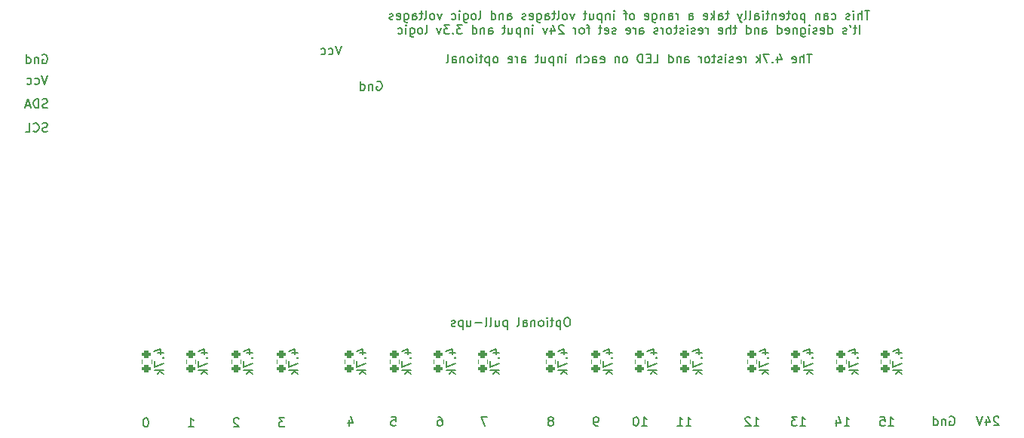
<source format=gbo>
G04 #@! TF.GenerationSoftware,KiCad,Pcbnew,7.0.1*
G04 #@! TF.CreationDate,2023-06-13T03:05:23-04:00*
G04 #@! TF.ProjectId,i2c 24vin,69326320-3234-4766-996e-2e6b69636164,rev?*
G04 #@! TF.SameCoordinates,Original*
G04 #@! TF.FileFunction,Legend,Bot*
G04 #@! TF.FilePolarity,Positive*
%FSLAX46Y46*%
G04 Gerber Fmt 4.6, Leading zero omitted, Abs format (unit mm)*
G04 Created by KiCad (PCBNEW 7.0.1) date 2023-06-13 03:05:23*
%MOMM*%
%LPD*%
G01*
G04 APERTURE LIST*
G04 Aperture macros list*
%AMRoundRect*
0 Rectangle with rounded corners*
0 $1 Rounding radius*
0 $2 $3 $4 $5 $6 $7 $8 $9 X,Y pos of 4 corners*
0 Add a 4 corners polygon primitive as box body*
4,1,4,$2,$3,$4,$5,$6,$7,$8,$9,$2,$3,0*
0 Add four circle primitives for the rounded corners*
1,1,$1+$1,$2,$3*
1,1,$1+$1,$4,$5*
1,1,$1+$1,$6,$7*
1,1,$1+$1,$8,$9*
0 Add four rect primitives between the rounded corners*
20,1,$1+$1,$2,$3,$4,$5,0*
20,1,$1+$1,$4,$5,$6,$7,0*
20,1,$1+$1,$6,$7,$8,$9,0*
20,1,$1+$1,$8,$9,$2,$3,0*%
G04 Aperture macros list end*
%ADD10C,0.150000*%
%ADD11C,0.120000*%
%ADD12R,2.600000X2.600000*%
%ADD13C,2.600000*%
%ADD14R,1.600000X1.600000*%
%ADD15O,1.600000X1.600000*%
%ADD16C,3.200000*%
%ADD17R,1.700000X1.700000*%
%ADD18O,1.700000X1.700000*%
%ADD19RoundRect,0.200000X-0.275000X0.200000X-0.275000X-0.200000X0.275000X-0.200000X0.275000X0.200000X0*%
G04 APERTURE END LIST*
D10*
X168886476Y-129153619D02*
X169457904Y-129153619D01*
X169172190Y-129153619D02*
X169172190Y-128153619D01*
X169172190Y-128153619D02*
X169267428Y-128296476D01*
X169267428Y-128296476D02*
X169362666Y-128391714D01*
X169362666Y-128391714D02*
X169457904Y-128439333D01*
X167934095Y-129153619D02*
X168505523Y-129153619D01*
X168219809Y-129153619D02*
X168219809Y-128153619D01*
X168219809Y-128153619D02*
X168315047Y-128296476D01*
X168315047Y-128296476D02*
X168410285Y-128391714D01*
X168410285Y-128391714D02*
X168505523Y-128439333D01*
X113038285Y-129280619D02*
X113609713Y-129280619D01*
X113323999Y-129280619D02*
X113323999Y-128280619D01*
X113323999Y-128280619D02*
X113419237Y-128423476D01*
X113419237Y-128423476D02*
X113514475Y-128518714D01*
X113514475Y-128518714D02*
X113609713Y-128566333D01*
X204009475Y-128208857D02*
X203961856Y-128161238D01*
X203961856Y-128161238D02*
X203866618Y-128113619D01*
X203866618Y-128113619D02*
X203628523Y-128113619D01*
X203628523Y-128113619D02*
X203533285Y-128161238D01*
X203533285Y-128161238D02*
X203485666Y-128208857D01*
X203485666Y-128208857D02*
X203438047Y-128304095D01*
X203438047Y-128304095D02*
X203438047Y-128399333D01*
X203438047Y-128399333D02*
X203485666Y-128542190D01*
X203485666Y-128542190D02*
X204057094Y-129113619D01*
X204057094Y-129113619D02*
X203438047Y-129113619D01*
X202580904Y-128446952D02*
X202580904Y-129113619D01*
X202818999Y-128066000D02*
X203057094Y-128780285D01*
X203057094Y-128780285D02*
X202438047Y-128780285D01*
X202199951Y-128113619D02*
X201866618Y-129113619D01*
X201866618Y-129113619D02*
X201533285Y-128113619D01*
X181713476Y-129153619D02*
X182284904Y-129153619D01*
X181999190Y-129153619D02*
X181999190Y-128153619D01*
X181999190Y-128153619D02*
X182094428Y-128296476D01*
X182094428Y-128296476D02*
X182189666Y-128391714D01*
X182189666Y-128391714D02*
X182284904Y-128439333D01*
X181380142Y-128153619D02*
X180761095Y-128153619D01*
X180761095Y-128153619D02*
X181094428Y-128534571D01*
X181094428Y-128534571D02*
X180951571Y-128534571D01*
X180951571Y-128534571D02*
X180856333Y-128582190D01*
X180856333Y-128582190D02*
X180808714Y-128629809D01*
X180808714Y-128629809D02*
X180761095Y-128725047D01*
X180761095Y-128725047D02*
X180761095Y-128963142D01*
X180761095Y-128963142D02*
X180808714Y-129058380D01*
X180808714Y-129058380D02*
X180856333Y-129106000D01*
X180856333Y-129106000D02*
X180951571Y-129153619D01*
X180951571Y-129153619D02*
X181237285Y-129153619D01*
X181237285Y-129153619D02*
X181332523Y-129106000D01*
X181332523Y-129106000D02*
X181380142Y-129058380D01*
X130190475Y-86462619D02*
X129857142Y-87462619D01*
X129857142Y-87462619D02*
X129523809Y-86462619D01*
X128761904Y-87415000D02*
X128857142Y-87462619D01*
X128857142Y-87462619D02*
X129047618Y-87462619D01*
X129047618Y-87462619D02*
X129142856Y-87415000D01*
X129142856Y-87415000D02*
X129190475Y-87367380D01*
X129190475Y-87367380D02*
X129238094Y-87272142D01*
X129238094Y-87272142D02*
X129238094Y-86986428D01*
X129238094Y-86986428D02*
X129190475Y-86891190D01*
X129190475Y-86891190D02*
X129142856Y-86843571D01*
X129142856Y-86843571D02*
X129047618Y-86795952D01*
X129047618Y-86795952D02*
X128857142Y-86795952D01*
X128857142Y-86795952D02*
X128761904Y-86843571D01*
X127904761Y-87415000D02*
X127999999Y-87462619D01*
X127999999Y-87462619D02*
X128190475Y-87462619D01*
X128190475Y-87462619D02*
X128285713Y-87415000D01*
X128285713Y-87415000D02*
X128333332Y-87367380D01*
X128333332Y-87367380D02*
X128380951Y-87272142D01*
X128380951Y-87272142D02*
X128380951Y-86986428D01*
X128380951Y-86986428D02*
X128333332Y-86891190D01*
X128333332Y-86891190D02*
X128285713Y-86843571D01*
X128285713Y-86843571D02*
X128190475Y-86795952D01*
X128190475Y-86795952D02*
X127999999Y-86795952D01*
X127999999Y-86795952D02*
X127904761Y-86843571D01*
X189523814Y-82532619D02*
X188952386Y-82532619D01*
X189238100Y-83532619D02*
X189238100Y-82532619D01*
X188619052Y-83532619D02*
X188619052Y-82532619D01*
X188190481Y-83532619D02*
X188190481Y-83008809D01*
X188190481Y-83008809D02*
X188238100Y-82913571D01*
X188238100Y-82913571D02*
X188333338Y-82865952D01*
X188333338Y-82865952D02*
X188476195Y-82865952D01*
X188476195Y-82865952D02*
X188571433Y-82913571D01*
X188571433Y-82913571D02*
X188619052Y-82961190D01*
X187714290Y-83532619D02*
X187714290Y-82865952D01*
X187714290Y-82532619D02*
X187761909Y-82580238D01*
X187761909Y-82580238D02*
X187714290Y-82627857D01*
X187714290Y-82627857D02*
X187666671Y-82580238D01*
X187666671Y-82580238D02*
X187714290Y-82532619D01*
X187714290Y-82532619D02*
X187714290Y-82627857D01*
X187285719Y-83485000D02*
X187190481Y-83532619D01*
X187190481Y-83532619D02*
X187000005Y-83532619D01*
X187000005Y-83532619D02*
X186904767Y-83485000D01*
X186904767Y-83485000D02*
X186857148Y-83389761D01*
X186857148Y-83389761D02*
X186857148Y-83342142D01*
X186857148Y-83342142D02*
X186904767Y-83246904D01*
X186904767Y-83246904D02*
X187000005Y-83199285D01*
X187000005Y-83199285D02*
X187142862Y-83199285D01*
X187142862Y-83199285D02*
X187238100Y-83151666D01*
X187238100Y-83151666D02*
X187285719Y-83056428D01*
X187285719Y-83056428D02*
X187285719Y-83008809D01*
X187285719Y-83008809D02*
X187238100Y-82913571D01*
X187238100Y-82913571D02*
X187142862Y-82865952D01*
X187142862Y-82865952D02*
X187000005Y-82865952D01*
X187000005Y-82865952D02*
X186904767Y-82913571D01*
X185238100Y-83485000D02*
X185333338Y-83532619D01*
X185333338Y-83532619D02*
X185523814Y-83532619D01*
X185523814Y-83532619D02*
X185619052Y-83485000D01*
X185619052Y-83485000D02*
X185666671Y-83437380D01*
X185666671Y-83437380D02*
X185714290Y-83342142D01*
X185714290Y-83342142D02*
X185714290Y-83056428D01*
X185714290Y-83056428D02*
X185666671Y-82961190D01*
X185666671Y-82961190D02*
X185619052Y-82913571D01*
X185619052Y-82913571D02*
X185523814Y-82865952D01*
X185523814Y-82865952D02*
X185333338Y-82865952D01*
X185333338Y-82865952D02*
X185238100Y-82913571D01*
X184380957Y-83532619D02*
X184380957Y-83008809D01*
X184380957Y-83008809D02*
X184428576Y-82913571D01*
X184428576Y-82913571D02*
X184523814Y-82865952D01*
X184523814Y-82865952D02*
X184714290Y-82865952D01*
X184714290Y-82865952D02*
X184809528Y-82913571D01*
X184380957Y-83485000D02*
X184476195Y-83532619D01*
X184476195Y-83532619D02*
X184714290Y-83532619D01*
X184714290Y-83532619D02*
X184809528Y-83485000D01*
X184809528Y-83485000D02*
X184857147Y-83389761D01*
X184857147Y-83389761D02*
X184857147Y-83294523D01*
X184857147Y-83294523D02*
X184809528Y-83199285D01*
X184809528Y-83199285D02*
X184714290Y-83151666D01*
X184714290Y-83151666D02*
X184476195Y-83151666D01*
X184476195Y-83151666D02*
X184380957Y-83104047D01*
X183904766Y-82865952D02*
X183904766Y-83532619D01*
X183904766Y-82961190D02*
X183857147Y-82913571D01*
X183857147Y-82913571D02*
X183761909Y-82865952D01*
X183761909Y-82865952D02*
X183619052Y-82865952D01*
X183619052Y-82865952D02*
X183523814Y-82913571D01*
X183523814Y-82913571D02*
X183476195Y-83008809D01*
X183476195Y-83008809D02*
X183476195Y-83532619D01*
X182238099Y-82865952D02*
X182238099Y-83865952D01*
X182238099Y-82913571D02*
X182142861Y-82865952D01*
X182142861Y-82865952D02*
X181952385Y-82865952D01*
X181952385Y-82865952D02*
X181857147Y-82913571D01*
X181857147Y-82913571D02*
X181809528Y-82961190D01*
X181809528Y-82961190D02*
X181761909Y-83056428D01*
X181761909Y-83056428D02*
X181761909Y-83342142D01*
X181761909Y-83342142D02*
X181809528Y-83437380D01*
X181809528Y-83437380D02*
X181857147Y-83485000D01*
X181857147Y-83485000D02*
X181952385Y-83532619D01*
X181952385Y-83532619D02*
X182142861Y-83532619D01*
X182142861Y-83532619D02*
X182238099Y-83485000D01*
X181190480Y-83532619D02*
X181285718Y-83485000D01*
X181285718Y-83485000D02*
X181333337Y-83437380D01*
X181333337Y-83437380D02*
X181380956Y-83342142D01*
X181380956Y-83342142D02*
X181380956Y-83056428D01*
X181380956Y-83056428D02*
X181333337Y-82961190D01*
X181333337Y-82961190D02*
X181285718Y-82913571D01*
X181285718Y-82913571D02*
X181190480Y-82865952D01*
X181190480Y-82865952D02*
X181047623Y-82865952D01*
X181047623Y-82865952D02*
X180952385Y-82913571D01*
X180952385Y-82913571D02*
X180904766Y-82961190D01*
X180904766Y-82961190D02*
X180857147Y-83056428D01*
X180857147Y-83056428D02*
X180857147Y-83342142D01*
X180857147Y-83342142D02*
X180904766Y-83437380D01*
X180904766Y-83437380D02*
X180952385Y-83485000D01*
X180952385Y-83485000D02*
X181047623Y-83532619D01*
X181047623Y-83532619D02*
X181190480Y-83532619D01*
X180571432Y-82865952D02*
X180190480Y-82865952D01*
X180428575Y-82532619D02*
X180428575Y-83389761D01*
X180428575Y-83389761D02*
X180380956Y-83485000D01*
X180380956Y-83485000D02*
X180285718Y-83532619D01*
X180285718Y-83532619D02*
X180190480Y-83532619D01*
X179476194Y-83485000D02*
X179571432Y-83532619D01*
X179571432Y-83532619D02*
X179761908Y-83532619D01*
X179761908Y-83532619D02*
X179857146Y-83485000D01*
X179857146Y-83485000D02*
X179904765Y-83389761D01*
X179904765Y-83389761D02*
X179904765Y-83008809D01*
X179904765Y-83008809D02*
X179857146Y-82913571D01*
X179857146Y-82913571D02*
X179761908Y-82865952D01*
X179761908Y-82865952D02*
X179571432Y-82865952D01*
X179571432Y-82865952D02*
X179476194Y-82913571D01*
X179476194Y-82913571D02*
X179428575Y-83008809D01*
X179428575Y-83008809D02*
X179428575Y-83104047D01*
X179428575Y-83104047D02*
X179904765Y-83199285D01*
X179000003Y-82865952D02*
X179000003Y-83532619D01*
X179000003Y-82961190D02*
X178952384Y-82913571D01*
X178952384Y-82913571D02*
X178857146Y-82865952D01*
X178857146Y-82865952D02*
X178714289Y-82865952D01*
X178714289Y-82865952D02*
X178619051Y-82913571D01*
X178619051Y-82913571D02*
X178571432Y-83008809D01*
X178571432Y-83008809D02*
X178571432Y-83532619D01*
X178238098Y-82865952D02*
X177857146Y-82865952D01*
X178095241Y-82532619D02*
X178095241Y-83389761D01*
X178095241Y-83389761D02*
X178047622Y-83485000D01*
X178047622Y-83485000D02*
X177952384Y-83532619D01*
X177952384Y-83532619D02*
X177857146Y-83532619D01*
X177523812Y-83532619D02*
X177523812Y-82865952D01*
X177523812Y-82532619D02*
X177571431Y-82580238D01*
X177571431Y-82580238D02*
X177523812Y-82627857D01*
X177523812Y-82627857D02*
X177476193Y-82580238D01*
X177476193Y-82580238D02*
X177523812Y-82532619D01*
X177523812Y-82532619D02*
X177523812Y-82627857D01*
X176619051Y-83532619D02*
X176619051Y-83008809D01*
X176619051Y-83008809D02*
X176666670Y-82913571D01*
X176666670Y-82913571D02*
X176761908Y-82865952D01*
X176761908Y-82865952D02*
X176952384Y-82865952D01*
X176952384Y-82865952D02*
X177047622Y-82913571D01*
X176619051Y-83485000D02*
X176714289Y-83532619D01*
X176714289Y-83532619D02*
X176952384Y-83532619D01*
X176952384Y-83532619D02*
X177047622Y-83485000D01*
X177047622Y-83485000D02*
X177095241Y-83389761D01*
X177095241Y-83389761D02*
X177095241Y-83294523D01*
X177095241Y-83294523D02*
X177047622Y-83199285D01*
X177047622Y-83199285D02*
X176952384Y-83151666D01*
X176952384Y-83151666D02*
X176714289Y-83151666D01*
X176714289Y-83151666D02*
X176619051Y-83104047D01*
X176000003Y-83532619D02*
X176095241Y-83485000D01*
X176095241Y-83485000D02*
X176142860Y-83389761D01*
X176142860Y-83389761D02*
X176142860Y-82532619D01*
X175476193Y-83532619D02*
X175571431Y-83485000D01*
X175571431Y-83485000D02*
X175619050Y-83389761D01*
X175619050Y-83389761D02*
X175619050Y-82532619D01*
X175190478Y-82865952D02*
X174952383Y-83532619D01*
X174714288Y-82865952D02*
X174952383Y-83532619D01*
X174952383Y-83532619D02*
X175047621Y-83770714D01*
X175047621Y-83770714D02*
X175095240Y-83818333D01*
X175095240Y-83818333D02*
X175190478Y-83865952D01*
X173714287Y-82865952D02*
X173333335Y-82865952D01*
X173571430Y-82532619D02*
X173571430Y-83389761D01*
X173571430Y-83389761D02*
X173523811Y-83485000D01*
X173523811Y-83485000D02*
X173428573Y-83532619D01*
X173428573Y-83532619D02*
X173333335Y-83532619D01*
X172571430Y-83532619D02*
X172571430Y-83008809D01*
X172571430Y-83008809D02*
X172619049Y-82913571D01*
X172619049Y-82913571D02*
X172714287Y-82865952D01*
X172714287Y-82865952D02*
X172904763Y-82865952D01*
X172904763Y-82865952D02*
X173000001Y-82913571D01*
X172571430Y-83485000D02*
X172666668Y-83532619D01*
X172666668Y-83532619D02*
X172904763Y-83532619D01*
X172904763Y-83532619D02*
X173000001Y-83485000D01*
X173000001Y-83485000D02*
X173047620Y-83389761D01*
X173047620Y-83389761D02*
X173047620Y-83294523D01*
X173047620Y-83294523D02*
X173000001Y-83199285D01*
X173000001Y-83199285D02*
X172904763Y-83151666D01*
X172904763Y-83151666D02*
X172666668Y-83151666D01*
X172666668Y-83151666D02*
X172571430Y-83104047D01*
X172095239Y-83532619D02*
X172095239Y-82532619D01*
X172000001Y-83151666D02*
X171714287Y-83532619D01*
X171714287Y-82865952D02*
X172095239Y-83246904D01*
X170904763Y-83485000D02*
X171000001Y-83532619D01*
X171000001Y-83532619D02*
X171190477Y-83532619D01*
X171190477Y-83532619D02*
X171285715Y-83485000D01*
X171285715Y-83485000D02*
X171333334Y-83389761D01*
X171333334Y-83389761D02*
X171333334Y-83008809D01*
X171333334Y-83008809D02*
X171285715Y-82913571D01*
X171285715Y-82913571D02*
X171190477Y-82865952D01*
X171190477Y-82865952D02*
X171000001Y-82865952D01*
X171000001Y-82865952D02*
X170904763Y-82913571D01*
X170904763Y-82913571D02*
X170857144Y-83008809D01*
X170857144Y-83008809D02*
X170857144Y-83104047D01*
X170857144Y-83104047D02*
X171333334Y-83199285D01*
X169238096Y-83532619D02*
X169238096Y-83008809D01*
X169238096Y-83008809D02*
X169285715Y-82913571D01*
X169285715Y-82913571D02*
X169380953Y-82865952D01*
X169380953Y-82865952D02*
X169571429Y-82865952D01*
X169571429Y-82865952D02*
X169666667Y-82913571D01*
X169238096Y-83485000D02*
X169333334Y-83532619D01*
X169333334Y-83532619D02*
X169571429Y-83532619D01*
X169571429Y-83532619D02*
X169666667Y-83485000D01*
X169666667Y-83485000D02*
X169714286Y-83389761D01*
X169714286Y-83389761D02*
X169714286Y-83294523D01*
X169714286Y-83294523D02*
X169666667Y-83199285D01*
X169666667Y-83199285D02*
X169571429Y-83151666D01*
X169571429Y-83151666D02*
X169333334Y-83151666D01*
X169333334Y-83151666D02*
X169238096Y-83104047D01*
X168000000Y-83532619D02*
X168000000Y-82865952D01*
X168000000Y-83056428D02*
X167952381Y-82961190D01*
X167952381Y-82961190D02*
X167904762Y-82913571D01*
X167904762Y-82913571D02*
X167809524Y-82865952D01*
X167809524Y-82865952D02*
X167714286Y-82865952D01*
X166952381Y-83532619D02*
X166952381Y-83008809D01*
X166952381Y-83008809D02*
X167000000Y-82913571D01*
X167000000Y-82913571D02*
X167095238Y-82865952D01*
X167095238Y-82865952D02*
X167285714Y-82865952D01*
X167285714Y-82865952D02*
X167380952Y-82913571D01*
X166952381Y-83485000D02*
X167047619Y-83532619D01*
X167047619Y-83532619D02*
X167285714Y-83532619D01*
X167285714Y-83532619D02*
X167380952Y-83485000D01*
X167380952Y-83485000D02*
X167428571Y-83389761D01*
X167428571Y-83389761D02*
X167428571Y-83294523D01*
X167428571Y-83294523D02*
X167380952Y-83199285D01*
X167380952Y-83199285D02*
X167285714Y-83151666D01*
X167285714Y-83151666D02*
X167047619Y-83151666D01*
X167047619Y-83151666D02*
X166952381Y-83104047D01*
X166476190Y-82865952D02*
X166476190Y-83532619D01*
X166476190Y-82961190D02*
X166428571Y-82913571D01*
X166428571Y-82913571D02*
X166333333Y-82865952D01*
X166333333Y-82865952D02*
X166190476Y-82865952D01*
X166190476Y-82865952D02*
X166095238Y-82913571D01*
X166095238Y-82913571D02*
X166047619Y-83008809D01*
X166047619Y-83008809D02*
X166047619Y-83532619D01*
X165142857Y-82865952D02*
X165142857Y-83675476D01*
X165142857Y-83675476D02*
X165190476Y-83770714D01*
X165190476Y-83770714D02*
X165238095Y-83818333D01*
X165238095Y-83818333D02*
X165333333Y-83865952D01*
X165333333Y-83865952D02*
X165476190Y-83865952D01*
X165476190Y-83865952D02*
X165571428Y-83818333D01*
X165142857Y-83485000D02*
X165238095Y-83532619D01*
X165238095Y-83532619D02*
X165428571Y-83532619D01*
X165428571Y-83532619D02*
X165523809Y-83485000D01*
X165523809Y-83485000D02*
X165571428Y-83437380D01*
X165571428Y-83437380D02*
X165619047Y-83342142D01*
X165619047Y-83342142D02*
X165619047Y-83056428D01*
X165619047Y-83056428D02*
X165571428Y-82961190D01*
X165571428Y-82961190D02*
X165523809Y-82913571D01*
X165523809Y-82913571D02*
X165428571Y-82865952D01*
X165428571Y-82865952D02*
X165238095Y-82865952D01*
X165238095Y-82865952D02*
X165142857Y-82913571D01*
X164285714Y-83485000D02*
X164380952Y-83532619D01*
X164380952Y-83532619D02*
X164571428Y-83532619D01*
X164571428Y-83532619D02*
X164666666Y-83485000D01*
X164666666Y-83485000D02*
X164714285Y-83389761D01*
X164714285Y-83389761D02*
X164714285Y-83008809D01*
X164714285Y-83008809D02*
X164666666Y-82913571D01*
X164666666Y-82913571D02*
X164571428Y-82865952D01*
X164571428Y-82865952D02*
X164380952Y-82865952D01*
X164380952Y-82865952D02*
X164285714Y-82913571D01*
X164285714Y-82913571D02*
X164238095Y-83008809D01*
X164238095Y-83008809D02*
X164238095Y-83104047D01*
X164238095Y-83104047D02*
X164714285Y-83199285D01*
X162904761Y-83532619D02*
X162999999Y-83485000D01*
X162999999Y-83485000D02*
X163047618Y-83437380D01*
X163047618Y-83437380D02*
X163095237Y-83342142D01*
X163095237Y-83342142D02*
X163095237Y-83056428D01*
X163095237Y-83056428D02*
X163047618Y-82961190D01*
X163047618Y-82961190D02*
X162999999Y-82913571D01*
X162999999Y-82913571D02*
X162904761Y-82865952D01*
X162904761Y-82865952D02*
X162761904Y-82865952D01*
X162761904Y-82865952D02*
X162666666Y-82913571D01*
X162666666Y-82913571D02*
X162619047Y-82961190D01*
X162619047Y-82961190D02*
X162571428Y-83056428D01*
X162571428Y-83056428D02*
X162571428Y-83342142D01*
X162571428Y-83342142D02*
X162619047Y-83437380D01*
X162619047Y-83437380D02*
X162666666Y-83485000D01*
X162666666Y-83485000D02*
X162761904Y-83532619D01*
X162761904Y-83532619D02*
X162904761Y-83532619D01*
X162285713Y-82865952D02*
X161904761Y-82865952D01*
X162142856Y-83532619D02*
X162142856Y-82675476D01*
X162142856Y-82675476D02*
X162095237Y-82580238D01*
X162095237Y-82580238D02*
X161999999Y-82532619D01*
X161999999Y-82532619D02*
X161904761Y-82532619D01*
X160809522Y-83532619D02*
X160809522Y-82865952D01*
X160809522Y-82532619D02*
X160857141Y-82580238D01*
X160857141Y-82580238D02*
X160809522Y-82627857D01*
X160809522Y-82627857D02*
X160761903Y-82580238D01*
X160761903Y-82580238D02*
X160809522Y-82532619D01*
X160809522Y-82532619D02*
X160809522Y-82627857D01*
X160333332Y-82865952D02*
X160333332Y-83532619D01*
X160333332Y-82961190D02*
X160285713Y-82913571D01*
X160285713Y-82913571D02*
X160190475Y-82865952D01*
X160190475Y-82865952D02*
X160047618Y-82865952D01*
X160047618Y-82865952D02*
X159952380Y-82913571D01*
X159952380Y-82913571D02*
X159904761Y-83008809D01*
X159904761Y-83008809D02*
X159904761Y-83532619D01*
X159428570Y-82865952D02*
X159428570Y-83865952D01*
X159428570Y-82913571D02*
X159333332Y-82865952D01*
X159333332Y-82865952D02*
X159142856Y-82865952D01*
X159142856Y-82865952D02*
X159047618Y-82913571D01*
X159047618Y-82913571D02*
X158999999Y-82961190D01*
X158999999Y-82961190D02*
X158952380Y-83056428D01*
X158952380Y-83056428D02*
X158952380Y-83342142D01*
X158952380Y-83342142D02*
X158999999Y-83437380D01*
X158999999Y-83437380D02*
X159047618Y-83485000D01*
X159047618Y-83485000D02*
X159142856Y-83532619D01*
X159142856Y-83532619D02*
X159333332Y-83532619D01*
X159333332Y-83532619D02*
X159428570Y-83485000D01*
X158095237Y-82865952D02*
X158095237Y-83532619D01*
X158523808Y-82865952D02*
X158523808Y-83389761D01*
X158523808Y-83389761D02*
X158476189Y-83485000D01*
X158476189Y-83485000D02*
X158380951Y-83532619D01*
X158380951Y-83532619D02*
X158238094Y-83532619D01*
X158238094Y-83532619D02*
X158142856Y-83485000D01*
X158142856Y-83485000D02*
X158095237Y-83437380D01*
X157761903Y-82865952D02*
X157380951Y-82865952D01*
X157619046Y-82532619D02*
X157619046Y-83389761D01*
X157619046Y-83389761D02*
X157571427Y-83485000D01*
X157571427Y-83485000D02*
X157476189Y-83532619D01*
X157476189Y-83532619D02*
X157380951Y-83532619D01*
X156380950Y-82865952D02*
X156142855Y-83532619D01*
X156142855Y-83532619D02*
X155904760Y-82865952D01*
X155380950Y-83532619D02*
X155476188Y-83485000D01*
X155476188Y-83485000D02*
X155523807Y-83437380D01*
X155523807Y-83437380D02*
X155571426Y-83342142D01*
X155571426Y-83342142D02*
X155571426Y-83056428D01*
X155571426Y-83056428D02*
X155523807Y-82961190D01*
X155523807Y-82961190D02*
X155476188Y-82913571D01*
X155476188Y-82913571D02*
X155380950Y-82865952D01*
X155380950Y-82865952D02*
X155238093Y-82865952D01*
X155238093Y-82865952D02*
X155142855Y-82913571D01*
X155142855Y-82913571D02*
X155095236Y-82961190D01*
X155095236Y-82961190D02*
X155047617Y-83056428D01*
X155047617Y-83056428D02*
X155047617Y-83342142D01*
X155047617Y-83342142D02*
X155095236Y-83437380D01*
X155095236Y-83437380D02*
X155142855Y-83485000D01*
X155142855Y-83485000D02*
X155238093Y-83532619D01*
X155238093Y-83532619D02*
X155380950Y-83532619D01*
X154476188Y-83532619D02*
X154571426Y-83485000D01*
X154571426Y-83485000D02*
X154619045Y-83389761D01*
X154619045Y-83389761D02*
X154619045Y-82532619D01*
X154238092Y-82865952D02*
X153857140Y-82865952D01*
X154095235Y-82532619D02*
X154095235Y-83389761D01*
X154095235Y-83389761D02*
X154047616Y-83485000D01*
X154047616Y-83485000D02*
X153952378Y-83532619D01*
X153952378Y-83532619D02*
X153857140Y-83532619D01*
X153095235Y-83532619D02*
X153095235Y-83008809D01*
X153095235Y-83008809D02*
X153142854Y-82913571D01*
X153142854Y-82913571D02*
X153238092Y-82865952D01*
X153238092Y-82865952D02*
X153428568Y-82865952D01*
X153428568Y-82865952D02*
X153523806Y-82913571D01*
X153095235Y-83485000D02*
X153190473Y-83532619D01*
X153190473Y-83532619D02*
X153428568Y-83532619D01*
X153428568Y-83532619D02*
X153523806Y-83485000D01*
X153523806Y-83485000D02*
X153571425Y-83389761D01*
X153571425Y-83389761D02*
X153571425Y-83294523D01*
X153571425Y-83294523D02*
X153523806Y-83199285D01*
X153523806Y-83199285D02*
X153428568Y-83151666D01*
X153428568Y-83151666D02*
X153190473Y-83151666D01*
X153190473Y-83151666D02*
X153095235Y-83104047D01*
X152190473Y-82865952D02*
X152190473Y-83675476D01*
X152190473Y-83675476D02*
X152238092Y-83770714D01*
X152238092Y-83770714D02*
X152285711Y-83818333D01*
X152285711Y-83818333D02*
X152380949Y-83865952D01*
X152380949Y-83865952D02*
X152523806Y-83865952D01*
X152523806Y-83865952D02*
X152619044Y-83818333D01*
X152190473Y-83485000D02*
X152285711Y-83532619D01*
X152285711Y-83532619D02*
X152476187Y-83532619D01*
X152476187Y-83532619D02*
X152571425Y-83485000D01*
X152571425Y-83485000D02*
X152619044Y-83437380D01*
X152619044Y-83437380D02*
X152666663Y-83342142D01*
X152666663Y-83342142D02*
X152666663Y-83056428D01*
X152666663Y-83056428D02*
X152619044Y-82961190D01*
X152619044Y-82961190D02*
X152571425Y-82913571D01*
X152571425Y-82913571D02*
X152476187Y-82865952D01*
X152476187Y-82865952D02*
X152285711Y-82865952D01*
X152285711Y-82865952D02*
X152190473Y-82913571D01*
X151333330Y-83485000D02*
X151428568Y-83532619D01*
X151428568Y-83532619D02*
X151619044Y-83532619D01*
X151619044Y-83532619D02*
X151714282Y-83485000D01*
X151714282Y-83485000D02*
X151761901Y-83389761D01*
X151761901Y-83389761D02*
X151761901Y-83008809D01*
X151761901Y-83008809D02*
X151714282Y-82913571D01*
X151714282Y-82913571D02*
X151619044Y-82865952D01*
X151619044Y-82865952D02*
X151428568Y-82865952D01*
X151428568Y-82865952D02*
X151333330Y-82913571D01*
X151333330Y-82913571D02*
X151285711Y-83008809D01*
X151285711Y-83008809D02*
X151285711Y-83104047D01*
X151285711Y-83104047D02*
X151761901Y-83199285D01*
X150904758Y-83485000D02*
X150809520Y-83532619D01*
X150809520Y-83532619D02*
X150619044Y-83532619D01*
X150619044Y-83532619D02*
X150523806Y-83485000D01*
X150523806Y-83485000D02*
X150476187Y-83389761D01*
X150476187Y-83389761D02*
X150476187Y-83342142D01*
X150476187Y-83342142D02*
X150523806Y-83246904D01*
X150523806Y-83246904D02*
X150619044Y-83199285D01*
X150619044Y-83199285D02*
X150761901Y-83199285D01*
X150761901Y-83199285D02*
X150857139Y-83151666D01*
X150857139Y-83151666D02*
X150904758Y-83056428D01*
X150904758Y-83056428D02*
X150904758Y-83008809D01*
X150904758Y-83008809D02*
X150857139Y-82913571D01*
X150857139Y-82913571D02*
X150761901Y-82865952D01*
X150761901Y-82865952D02*
X150619044Y-82865952D01*
X150619044Y-82865952D02*
X150523806Y-82913571D01*
X148857139Y-83532619D02*
X148857139Y-83008809D01*
X148857139Y-83008809D02*
X148904758Y-82913571D01*
X148904758Y-82913571D02*
X148999996Y-82865952D01*
X148999996Y-82865952D02*
X149190472Y-82865952D01*
X149190472Y-82865952D02*
X149285710Y-82913571D01*
X148857139Y-83485000D02*
X148952377Y-83532619D01*
X148952377Y-83532619D02*
X149190472Y-83532619D01*
X149190472Y-83532619D02*
X149285710Y-83485000D01*
X149285710Y-83485000D02*
X149333329Y-83389761D01*
X149333329Y-83389761D02*
X149333329Y-83294523D01*
X149333329Y-83294523D02*
X149285710Y-83199285D01*
X149285710Y-83199285D02*
X149190472Y-83151666D01*
X149190472Y-83151666D02*
X148952377Y-83151666D01*
X148952377Y-83151666D02*
X148857139Y-83104047D01*
X148380948Y-82865952D02*
X148380948Y-83532619D01*
X148380948Y-82961190D02*
X148333329Y-82913571D01*
X148333329Y-82913571D02*
X148238091Y-82865952D01*
X148238091Y-82865952D02*
X148095234Y-82865952D01*
X148095234Y-82865952D02*
X147999996Y-82913571D01*
X147999996Y-82913571D02*
X147952377Y-83008809D01*
X147952377Y-83008809D02*
X147952377Y-83532619D01*
X147047615Y-83532619D02*
X147047615Y-82532619D01*
X147047615Y-83485000D02*
X147142853Y-83532619D01*
X147142853Y-83532619D02*
X147333329Y-83532619D01*
X147333329Y-83532619D02*
X147428567Y-83485000D01*
X147428567Y-83485000D02*
X147476186Y-83437380D01*
X147476186Y-83437380D02*
X147523805Y-83342142D01*
X147523805Y-83342142D02*
X147523805Y-83056428D01*
X147523805Y-83056428D02*
X147476186Y-82961190D01*
X147476186Y-82961190D02*
X147428567Y-82913571D01*
X147428567Y-82913571D02*
X147333329Y-82865952D01*
X147333329Y-82865952D02*
X147142853Y-82865952D01*
X147142853Y-82865952D02*
X147047615Y-82913571D01*
X145666662Y-83532619D02*
X145761900Y-83485000D01*
X145761900Y-83485000D02*
X145809519Y-83389761D01*
X145809519Y-83389761D02*
X145809519Y-82532619D01*
X145142852Y-83532619D02*
X145238090Y-83485000D01*
X145238090Y-83485000D02*
X145285709Y-83437380D01*
X145285709Y-83437380D02*
X145333328Y-83342142D01*
X145333328Y-83342142D02*
X145333328Y-83056428D01*
X145333328Y-83056428D02*
X145285709Y-82961190D01*
X145285709Y-82961190D02*
X145238090Y-82913571D01*
X145238090Y-82913571D02*
X145142852Y-82865952D01*
X145142852Y-82865952D02*
X144999995Y-82865952D01*
X144999995Y-82865952D02*
X144904757Y-82913571D01*
X144904757Y-82913571D02*
X144857138Y-82961190D01*
X144857138Y-82961190D02*
X144809519Y-83056428D01*
X144809519Y-83056428D02*
X144809519Y-83342142D01*
X144809519Y-83342142D02*
X144857138Y-83437380D01*
X144857138Y-83437380D02*
X144904757Y-83485000D01*
X144904757Y-83485000D02*
X144999995Y-83532619D01*
X144999995Y-83532619D02*
X145142852Y-83532619D01*
X143952376Y-82865952D02*
X143952376Y-83675476D01*
X143952376Y-83675476D02*
X143999995Y-83770714D01*
X143999995Y-83770714D02*
X144047614Y-83818333D01*
X144047614Y-83818333D02*
X144142852Y-83865952D01*
X144142852Y-83865952D02*
X144285709Y-83865952D01*
X144285709Y-83865952D02*
X144380947Y-83818333D01*
X143952376Y-83485000D02*
X144047614Y-83532619D01*
X144047614Y-83532619D02*
X144238090Y-83532619D01*
X144238090Y-83532619D02*
X144333328Y-83485000D01*
X144333328Y-83485000D02*
X144380947Y-83437380D01*
X144380947Y-83437380D02*
X144428566Y-83342142D01*
X144428566Y-83342142D02*
X144428566Y-83056428D01*
X144428566Y-83056428D02*
X144380947Y-82961190D01*
X144380947Y-82961190D02*
X144333328Y-82913571D01*
X144333328Y-82913571D02*
X144238090Y-82865952D01*
X144238090Y-82865952D02*
X144047614Y-82865952D01*
X144047614Y-82865952D02*
X143952376Y-82913571D01*
X143476185Y-83532619D02*
X143476185Y-82865952D01*
X143476185Y-82532619D02*
X143523804Y-82580238D01*
X143523804Y-82580238D02*
X143476185Y-82627857D01*
X143476185Y-82627857D02*
X143428566Y-82580238D01*
X143428566Y-82580238D02*
X143476185Y-82532619D01*
X143476185Y-82532619D02*
X143476185Y-82627857D01*
X142571424Y-83485000D02*
X142666662Y-83532619D01*
X142666662Y-83532619D02*
X142857138Y-83532619D01*
X142857138Y-83532619D02*
X142952376Y-83485000D01*
X142952376Y-83485000D02*
X142999995Y-83437380D01*
X142999995Y-83437380D02*
X143047614Y-83342142D01*
X143047614Y-83342142D02*
X143047614Y-83056428D01*
X143047614Y-83056428D02*
X142999995Y-82961190D01*
X142999995Y-82961190D02*
X142952376Y-82913571D01*
X142952376Y-82913571D02*
X142857138Y-82865952D01*
X142857138Y-82865952D02*
X142666662Y-82865952D01*
X142666662Y-82865952D02*
X142571424Y-82913571D01*
X141476185Y-82865952D02*
X141238090Y-83532619D01*
X141238090Y-83532619D02*
X140999995Y-82865952D01*
X140476185Y-83532619D02*
X140571423Y-83485000D01*
X140571423Y-83485000D02*
X140619042Y-83437380D01*
X140619042Y-83437380D02*
X140666661Y-83342142D01*
X140666661Y-83342142D02*
X140666661Y-83056428D01*
X140666661Y-83056428D02*
X140619042Y-82961190D01*
X140619042Y-82961190D02*
X140571423Y-82913571D01*
X140571423Y-82913571D02*
X140476185Y-82865952D01*
X140476185Y-82865952D02*
X140333328Y-82865952D01*
X140333328Y-82865952D02*
X140238090Y-82913571D01*
X140238090Y-82913571D02*
X140190471Y-82961190D01*
X140190471Y-82961190D02*
X140142852Y-83056428D01*
X140142852Y-83056428D02*
X140142852Y-83342142D01*
X140142852Y-83342142D02*
X140190471Y-83437380D01*
X140190471Y-83437380D02*
X140238090Y-83485000D01*
X140238090Y-83485000D02*
X140333328Y-83532619D01*
X140333328Y-83532619D02*
X140476185Y-83532619D01*
X139571423Y-83532619D02*
X139666661Y-83485000D01*
X139666661Y-83485000D02*
X139714280Y-83389761D01*
X139714280Y-83389761D02*
X139714280Y-82532619D01*
X139333327Y-82865952D02*
X138952375Y-82865952D01*
X139190470Y-82532619D02*
X139190470Y-83389761D01*
X139190470Y-83389761D02*
X139142851Y-83485000D01*
X139142851Y-83485000D02*
X139047613Y-83532619D01*
X139047613Y-83532619D02*
X138952375Y-83532619D01*
X138190470Y-83532619D02*
X138190470Y-83008809D01*
X138190470Y-83008809D02*
X138238089Y-82913571D01*
X138238089Y-82913571D02*
X138333327Y-82865952D01*
X138333327Y-82865952D02*
X138523803Y-82865952D01*
X138523803Y-82865952D02*
X138619041Y-82913571D01*
X138190470Y-83485000D02*
X138285708Y-83532619D01*
X138285708Y-83532619D02*
X138523803Y-83532619D01*
X138523803Y-83532619D02*
X138619041Y-83485000D01*
X138619041Y-83485000D02*
X138666660Y-83389761D01*
X138666660Y-83389761D02*
X138666660Y-83294523D01*
X138666660Y-83294523D02*
X138619041Y-83199285D01*
X138619041Y-83199285D02*
X138523803Y-83151666D01*
X138523803Y-83151666D02*
X138285708Y-83151666D01*
X138285708Y-83151666D02*
X138190470Y-83104047D01*
X137285708Y-82865952D02*
X137285708Y-83675476D01*
X137285708Y-83675476D02*
X137333327Y-83770714D01*
X137333327Y-83770714D02*
X137380946Y-83818333D01*
X137380946Y-83818333D02*
X137476184Y-83865952D01*
X137476184Y-83865952D02*
X137619041Y-83865952D01*
X137619041Y-83865952D02*
X137714279Y-83818333D01*
X137285708Y-83485000D02*
X137380946Y-83532619D01*
X137380946Y-83532619D02*
X137571422Y-83532619D01*
X137571422Y-83532619D02*
X137666660Y-83485000D01*
X137666660Y-83485000D02*
X137714279Y-83437380D01*
X137714279Y-83437380D02*
X137761898Y-83342142D01*
X137761898Y-83342142D02*
X137761898Y-83056428D01*
X137761898Y-83056428D02*
X137714279Y-82961190D01*
X137714279Y-82961190D02*
X137666660Y-82913571D01*
X137666660Y-82913571D02*
X137571422Y-82865952D01*
X137571422Y-82865952D02*
X137380946Y-82865952D01*
X137380946Y-82865952D02*
X137285708Y-82913571D01*
X136428565Y-83485000D02*
X136523803Y-83532619D01*
X136523803Y-83532619D02*
X136714279Y-83532619D01*
X136714279Y-83532619D02*
X136809517Y-83485000D01*
X136809517Y-83485000D02*
X136857136Y-83389761D01*
X136857136Y-83389761D02*
X136857136Y-83008809D01*
X136857136Y-83008809D02*
X136809517Y-82913571D01*
X136809517Y-82913571D02*
X136714279Y-82865952D01*
X136714279Y-82865952D02*
X136523803Y-82865952D01*
X136523803Y-82865952D02*
X136428565Y-82913571D01*
X136428565Y-82913571D02*
X136380946Y-83008809D01*
X136380946Y-83008809D02*
X136380946Y-83104047D01*
X136380946Y-83104047D02*
X136857136Y-83199285D01*
X135999993Y-83485000D02*
X135904755Y-83532619D01*
X135904755Y-83532619D02*
X135714279Y-83532619D01*
X135714279Y-83532619D02*
X135619041Y-83485000D01*
X135619041Y-83485000D02*
X135571422Y-83389761D01*
X135571422Y-83389761D02*
X135571422Y-83342142D01*
X135571422Y-83342142D02*
X135619041Y-83246904D01*
X135619041Y-83246904D02*
X135714279Y-83199285D01*
X135714279Y-83199285D02*
X135857136Y-83199285D01*
X135857136Y-83199285D02*
X135952374Y-83151666D01*
X135952374Y-83151666D02*
X135999993Y-83056428D01*
X135999993Y-83056428D02*
X135999993Y-83008809D01*
X135999993Y-83008809D02*
X135952374Y-82913571D01*
X135952374Y-82913571D02*
X135857136Y-82865952D01*
X135857136Y-82865952D02*
X135714279Y-82865952D01*
X135714279Y-82865952D02*
X135619041Y-82913571D01*
X188404765Y-85152619D02*
X188404765Y-84152619D01*
X188071432Y-84485952D02*
X187690480Y-84485952D01*
X187928575Y-84152619D02*
X187928575Y-85009761D01*
X187928575Y-85009761D02*
X187880956Y-85105000D01*
X187880956Y-85105000D02*
X187785718Y-85152619D01*
X187785718Y-85152619D02*
X187690480Y-85152619D01*
X187309527Y-84152619D02*
X187404765Y-84343095D01*
X186928575Y-85105000D02*
X186833337Y-85152619D01*
X186833337Y-85152619D02*
X186642861Y-85152619D01*
X186642861Y-85152619D02*
X186547623Y-85105000D01*
X186547623Y-85105000D02*
X186500004Y-85009761D01*
X186500004Y-85009761D02*
X186500004Y-84962142D01*
X186500004Y-84962142D02*
X186547623Y-84866904D01*
X186547623Y-84866904D02*
X186642861Y-84819285D01*
X186642861Y-84819285D02*
X186785718Y-84819285D01*
X186785718Y-84819285D02*
X186880956Y-84771666D01*
X186880956Y-84771666D02*
X186928575Y-84676428D01*
X186928575Y-84676428D02*
X186928575Y-84628809D01*
X186928575Y-84628809D02*
X186880956Y-84533571D01*
X186880956Y-84533571D02*
X186785718Y-84485952D01*
X186785718Y-84485952D02*
X186642861Y-84485952D01*
X186642861Y-84485952D02*
X186547623Y-84533571D01*
X184880956Y-85152619D02*
X184880956Y-84152619D01*
X184880956Y-85105000D02*
X184976194Y-85152619D01*
X184976194Y-85152619D02*
X185166670Y-85152619D01*
X185166670Y-85152619D02*
X185261908Y-85105000D01*
X185261908Y-85105000D02*
X185309527Y-85057380D01*
X185309527Y-85057380D02*
X185357146Y-84962142D01*
X185357146Y-84962142D02*
X185357146Y-84676428D01*
X185357146Y-84676428D02*
X185309527Y-84581190D01*
X185309527Y-84581190D02*
X185261908Y-84533571D01*
X185261908Y-84533571D02*
X185166670Y-84485952D01*
X185166670Y-84485952D02*
X184976194Y-84485952D01*
X184976194Y-84485952D02*
X184880956Y-84533571D01*
X184023813Y-85105000D02*
X184119051Y-85152619D01*
X184119051Y-85152619D02*
X184309527Y-85152619D01*
X184309527Y-85152619D02*
X184404765Y-85105000D01*
X184404765Y-85105000D02*
X184452384Y-85009761D01*
X184452384Y-85009761D02*
X184452384Y-84628809D01*
X184452384Y-84628809D02*
X184404765Y-84533571D01*
X184404765Y-84533571D02*
X184309527Y-84485952D01*
X184309527Y-84485952D02*
X184119051Y-84485952D01*
X184119051Y-84485952D02*
X184023813Y-84533571D01*
X184023813Y-84533571D02*
X183976194Y-84628809D01*
X183976194Y-84628809D02*
X183976194Y-84724047D01*
X183976194Y-84724047D02*
X184452384Y-84819285D01*
X183595241Y-85105000D02*
X183500003Y-85152619D01*
X183500003Y-85152619D02*
X183309527Y-85152619D01*
X183309527Y-85152619D02*
X183214289Y-85105000D01*
X183214289Y-85105000D02*
X183166670Y-85009761D01*
X183166670Y-85009761D02*
X183166670Y-84962142D01*
X183166670Y-84962142D02*
X183214289Y-84866904D01*
X183214289Y-84866904D02*
X183309527Y-84819285D01*
X183309527Y-84819285D02*
X183452384Y-84819285D01*
X183452384Y-84819285D02*
X183547622Y-84771666D01*
X183547622Y-84771666D02*
X183595241Y-84676428D01*
X183595241Y-84676428D02*
X183595241Y-84628809D01*
X183595241Y-84628809D02*
X183547622Y-84533571D01*
X183547622Y-84533571D02*
X183452384Y-84485952D01*
X183452384Y-84485952D02*
X183309527Y-84485952D01*
X183309527Y-84485952D02*
X183214289Y-84533571D01*
X182738098Y-85152619D02*
X182738098Y-84485952D01*
X182738098Y-84152619D02*
X182785717Y-84200238D01*
X182785717Y-84200238D02*
X182738098Y-84247857D01*
X182738098Y-84247857D02*
X182690479Y-84200238D01*
X182690479Y-84200238D02*
X182738098Y-84152619D01*
X182738098Y-84152619D02*
X182738098Y-84247857D01*
X181833337Y-84485952D02*
X181833337Y-85295476D01*
X181833337Y-85295476D02*
X181880956Y-85390714D01*
X181880956Y-85390714D02*
X181928575Y-85438333D01*
X181928575Y-85438333D02*
X182023813Y-85485952D01*
X182023813Y-85485952D02*
X182166670Y-85485952D01*
X182166670Y-85485952D02*
X182261908Y-85438333D01*
X181833337Y-85105000D02*
X181928575Y-85152619D01*
X181928575Y-85152619D02*
X182119051Y-85152619D01*
X182119051Y-85152619D02*
X182214289Y-85105000D01*
X182214289Y-85105000D02*
X182261908Y-85057380D01*
X182261908Y-85057380D02*
X182309527Y-84962142D01*
X182309527Y-84962142D02*
X182309527Y-84676428D01*
X182309527Y-84676428D02*
X182261908Y-84581190D01*
X182261908Y-84581190D02*
X182214289Y-84533571D01*
X182214289Y-84533571D02*
X182119051Y-84485952D01*
X182119051Y-84485952D02*
X181928575Y-84485952D01*
X181928575Y-84485952D02*
X181833337Y-84533571D01*
X181357146Y-84485952D02*
X181357146Y-85152619D01*
X181357146Y-84581190D02*
X181309527Y-84533571D01*
X181309527Y-84533571D02*
X181214289Y-84485952D01*
X181214289Y-84485952D02*
X181071432Y-84485952D01*
X181071432Y-84485952D02*
X180976194Y-84533571D01*
X180976194Y-84533571D02*
X180928575Y-84628809D01*
X180928575Y-84628809D02*
X180928575Y-85152619D01*
X180071432Y-85105000D02*
X180166670Y-85152619D01*
X180166670Y-85152619D02*
X180357146Y-85152619D01*
X180357146Y-85152619D02*
X180452384Y-85105000D01*
X180452384Y-85105000D02*
X180500003Y-85009761D01*
X180500003Y-85009761D02*
X180500003Y-84628809D01*
X180500003Y-84628809D02*
X180452384Y-84533571D01*
X180452384Y-84533571D02*
X180357146Y-84485952D01*
X180357146Y-84485952D02*
X180166670Y-84485952D01*
X180166670Y-84485952D02*
X180071432Y-84533571D01*
X180071432Y-84533571D02*
X180023813Y-84628809D01*
X180023813Y-84628809D02*
X180023813Y-84724047D01*
X180023813Y-84724047D02*
X180500003Y-84819285D01*
X179166670Y-85152619D02*
X179166670Y-84152619D01*
X179166670Y-85105000D02*
X179261908Y-85152619D01*
X179261908Y-85152619D02*
X179452384Y-85152619D01*
X179452384Y-85152619D02*
X179547622Y-85105000D01*
X179547622Y-85105000D02*
X179595241Y-85057380D01*
X179595241Y-85057380D02*
X179642860Y-84962142D01*
X179642860Y-84962142D02*
X179642860Y-84676428D01*
X179642860Y-84676428D02*
X179595241Y-84581190D01*
X179595241Y-84581190D02*
X179547622Y-84533571D01*
X179547622Y-84533571D02*
X179452384Y-84485952D01*
X179452384Y-84485952D02*
X179261908Y-84485952D01*
X179261908Y-84485952D02*
X179166670Y-84533571D01*
X177500003Y-85152619D02*
X177500003Y-84628809D01*
X177500003Y-84628809D02*
X177547622Y-84533571D01*
X177547622Y-84533571D02*
X177642860Y-84485952D01*
X177642860Y-84485952D02*
X177833336Y-84485952D01*
X177833336Y-84485952D02*
X177928574Y-84533571D01*
X177500003Y-85105000D02*
X177595241Y-85152619D01*
X177595241Y-85152619D02*
X177833336Y-85152619D01*
X177833336Y-85152619D02*
X177928574Y-85105000D01*
X177928574Y-85105000D02*
X177976193Y-85009761D01*
X177976193Y-85009761D02*
X177976193Y-84914523D01*
X177976193Y-84914523D02*
X177928574Y-84819285D01*
X177928574Y-84819285D02*
X177833336Y-84771666D01*
X177833336Y-84771666D02*
X177595241Y-84771666D01*
X177595241Y-84771666D02*
X177500003Y-84724047D01*
X177023812Y-84485952D02*
X177023812Y-85152619D01*
X177023812Y-84581190D02*
X176976193Y-84533571D01*
X176976193Y-84533571D02*
X176880955Y-84485952D01*
X176880955Y-84485952D02*
X176738098Y-84485952D01*
X176738098Y-84485952D02*
X176642860Y-84533571D01*
X176642860Y-84533571D02*
X176595241Y-84628809D01*
X176595241Y-84628809D02*
X176595241Y-85152619D01*
X175690479Y-85152619D02*
X175690479Y-84152619D01*
X175690479Y-85105000D02*
X175785717Y-85152619D01*
X175785717Y-85152619D02*
X175976193Y-85152619D01*
X175976193Y-85152619D02*
X176071431Y-85105000D01*
X176071431Y-85105000D02*
X176119050Y-85057380D01*
X176119050Y-85057380D02*
X176166669Y-84962142D01*
X176166669Y-84962142D02*
X176166669Y-84676428D01*
X176166669Y-84676428D02*
X176119050Y-84581190D01*
X176119050Y-84581190D02*
X176071431Y-84533571D01*
X176071431Y-84533571D02*
X175976193Y-84485952D01*
X175976193Y-84485952D02*
X175785717Y-84485952D01*
X175785717Y-84485952D02*
X175690479Y-84533571D01*
X174595240Y-84485952D02*
X174214288Y-84485952D01*
X174452383Y-84152619D02*
X174452383Y-85009761D01*
X174452383Y-85009761D02*
X174404764Y-85105000D01*
X174404764Y-85105000D02*
X174309526Y-85152619D01*
X174309526Y-85152619D02*
X174214288Y-85152619D01*
X173880954Y-85152619D02*
X173880954Y-84152619D01*
X173452383Y-85152619D02*
X173452383Y-84628809D01*
X173452383Y-84628809D02*
X173500002Y-84533571D01*
X173500002Y-84533571D02*
X173595240Y-84485952D01*
X173595240Y-84485952D02*
X173738097Y-84485952D01*
X173738097Y-84485952D02*
X173833335Y-84533571D01*
X173833335Y-84533571D02*
X173880954Y-84581190D01*
X172595240Y-85105000D02*
X172690478Y-85152619D01*
X172690478Y-85152619D02*
X172880954Y-85152619D01*
X172880954Y-85152619D02*
X172976192Y-85105000D01*
X172976192Y-85105000D02*
X173023811Y-85009761D01*
X173023811Y-85009761D02*
X173023811Y-84628809D01*
X173023811Y-84628809D02*
X172976192Y-84533571D01*
X172976192Y-84533571D02*
X172880954Y-84485952D01*
X172880954Y-84485952D02*
X172690478Y-84485952D01*
X172690478Y-84485952D02*
X172595240Y-84533571D01*
X172595240Y-84533571D02*
X172547621Y-84628809D01*
X172547621Y-84628809D02*
X172547621Y-84724047D01*
X172547621Y-84724047D02*
X173023811Y-84819285D01*
X171357144Y-85152619D02*
X171357144Y-84485952D01*
X171357144Y-84676428D02*
X171309525Y-84581190D01*
X171309525Y-84581190D02*
X171261906Y-84533571D01*
X171261906Y-84533571D02*
X171166668Y-84485952D01*
X171166668Y-84485952D02*
X171071430Y-84485952D01*
X170357144Y-85105000D02*
X170452382Y-85152619D01*
X170452382Y-85152619D02*
X170642858Y-85152619D01*
X170642858Y-85152619D02*
X170738096Y-85105000D01*
X170738096Y-85105000D02*
X170785715Y-85009761D01*
X170785715Y-85009761D02*
X170785715Y-84628809D01*
X170785715Y-84628809D02*
X170738096Y-84533571D01*
X170738096Y-84533571D02*
X170642858Y-84485952D01*
X170642858Y-84485952D02*
X170452382Y-84485952D01*
X170452382Y-84485952D02*
X170357144Y-84533571D01*
X170357144Y-84533571D02*
X170309525Y-84628809D01*
X170309525Y-84628809D02*
X170309525Y-84724047D01*
X170309525Y-84724047D02*
X170785715Y-84819285D01*
X169928572Y-85105000D02*
X169833334Y-85152619D01*
X169833334Y-85152619D02*
X169642858Y-85152619D01*
X169642858Y-85152619D02*
X169547620Y-85105000D01*
X169547620Y-85105000D02*
X169500001Y-85009761D01*
X169500001Y-85009761D02*
X169500001Y-84962142D01*
X169500001Y-84962142D02*
X169547620Y-84866904D01*
X169547620Y-84866904D02*
X169642858Y-84819285D01*
X169642858Y-84819285D02*
X169785715Y-84819285D01*
X169785715Y-84819285D02*
X169880953Y-84771666D01*
X169880953Y-84771666D02*
X169928572Y-84676428D01*
X169928572Y-84676428D02*
X169928572Y-84628809D01*
X169928572Y-84628809D02*
X169880953Y-84533571D01*
X169880953Y-84533571D02*
X169785715Y-84485952D01*
X169785715Y-84485952D02*
X169642858Y-84485952D01*
X169642858Y-84485952D02*
X169547620Y-84533571D01*
X169071429Y-85152619D02*
X169071429Y-84485952D01*
X169071429Y-84152619D02*
X169119048Y-84200238D01*
X169119048Y-84200238D02*
X169071429Y-84247857D01*
X169071429Y-84247857D02*
X169023810Y-84200238D01*
X169023810Y-84200238D02*
X169071429Y-84152619D01*
X169071429Y-84152619D02*
X169071429Y-84247857D01*
X168642858Y-85105000D02*
X168547620Y-85152619D01*
X168547620Y-85152619D02*
X168357144Y-85152619D01*
X168357144Y-85152619D02*
X168261906Y-85105000D01*
X168261906Y-85105000D02*
X168214287Y-85009761D01*
X168214287Y-85009761D02*
X168214287Y-84962142D01*
X168214287Y-84962142D02*
X168261906Y-84866904D01*
X168261906Y-84866904D02*
X168357144Y-84819285D01*
X168357144Y-84819285D02*
X168500001Y-84819285D01*
X168500001Y-84819285D02*
X168595239Y-84771666D01*
X168595239Y-84771666D02*
X168642858Y-84676428D01*
X168642858Y-84676428D02*
X168642858Y-84628809D01*
X168642858Y-84628809D02*
X168595239Y-84533571D01*
X168595239Y-84533571D02*
X168500001Y-84485952D01*
X168500001Y-84485952D02*
X168357144Y-84485952D01*
X168357144Y-84485952D02*
X168261906Y-84533571D01*
X167928572Y-84485952D02*
X167547620Y-84485952D01*
X167785715Y-84152619D02*
X167785715Y-85009761D01*
X167785715Y-85009761D02*
X167738096Y-85105000D01*
X167738096Y-85105000D02*
X167642858Y-85152619D01*
X167642858Y-85152619D02*
X167547620Y-85152619D01*
X167071429Y-85152619D02*
X167166667Y-85105000D01*
X167166667Y-85105000D02*
X167214286Y-85057380D01*
X167214286Y-85057380D02*
X167261905Y-84962142D01*
X167261905Y-84962142D02*
X167261905Y-84676428D01*
X167261905Y-84676428D02*
X167214286Y-84581190D01*
X167214286Y-84581190D02*
X167166667Y-84533571D01*
X167166667Y-84533571D02*
X167071429Y-84485952D01*
X167071429Y-84485952D02*
X166928572Y-84485952D01*
X166928572Y-84485952D02*
X166833334Y-84533571D01*
X166833334Y-84533571D02*
X166785715Y-84581190D01*
X166785715Y-84581190D02*
X166738096Y-84676428D01*
X166738096Y-84676428D02*
X166738096Y-84962142D01*
X166738096Y-84962142D02*
X166785715Y-85057380D01*
X166785715Y-85057380D02*
X166833334Y-85105000D01*
X166833334Y-85105000D02*
X166928572Y-85152619D01*
X166928572Y-85152619D02*
X167071429Y-85152619D01*
X166309524Y-85152619D02*
X166309524Y-84485952D01*
X166309524Y-84676428D02*
X166261905Y-84581190D01*
X166261905Y-84581190D02*
X166214286Y-84533571D01*
X166214286Y-84533571D02*
X166119048Y-84485952D01*
X166119048Y-84485952D02*
X166023810Y-84485952D01*
X165738095Y-85105000D02*
X165642857Y-85152619D01*
X165642857Y-85152619D02*
X165452381Y-85152619D01*
X165452381Y-85152619D02*
X165357143Y-85105000D01*
X165357143Y-85105000D02*
X165309524Y-85009761D01*
X165309524Y-85009761D02*
X165309524Y-84962142D01*
X165309524Y-84962142D02*
X165357143Y-84866904D01*
X165357143Y-84866904D02*
X165452381Y-84819285D01*
X165452381Y-84819285D02*
X165595238Y-84819285D01*
X165595238Y-84819285D02*
X165690476Y-84771666D01*
X165690476Y-84771666D02*
X165738095Y-84676428D01*
X165738095Y-84676428D02*
X165738095Y-84628809D01*
X165738095Y-84628809D02*
X165690476Y-84533571D01*
X165690476Y-84533571D02*
X165595238Y-84485952D01*
X165595238Y-84485952D02*
X165452381Y-84485952D01*
X165452381Y-84485952D02*
X165357143Y-84533571D01*
X163690476Y-85152619D02*
X163690476Y-84628809D01*
X163690476Y-84628809D02*
X163738095Y-84533571D01*
X163738095Y-84533571D02*
X163833333Y-84485952D01*
X163833333Y-84485952D02*
X164023809Y-84485952D01*
X164023809Y-84485952D02*
X164119047Y-84533571D01*
X163690476Y-85105000D02*
X163785714Y-85152619D01*
X163785714Y-85152619D02*
X164023809Y-85152619D01*
X164023809Y-85152619D02*
X164119047Y-85105000D01*
X164119047Y-85105000D02*
X164166666Y-85009761D01*
X164166666Y-85009761D02*
X164166666Y-84914523D01*
X164166666Y-84914523D02*
X164119047Y-84819285D01*
X164119047Y-84819285D02*
X164023809Y-84771666D01*
X164023809Y-84771666D02*
X163785714Y-84771666D01*
X163785714Y-84771666D02*
X163690476Y-84724047D01*
X163214285Y-85152619D02*
X163214285Y-84485952D01*
X163214285Y-84676428D02*
X163166666Y-84581190D01*
X163166666Y-84581190D02*
X163119047Y-84533571D01*
X163119047Y-84533571D02*
X163023809Y-84485952D01*
X163023809Y-84485952D02*
X162928571Y-84485952D01*
X162214285Y-85105000D02*
X162309523Y-85152619D01*
X162309523Y-85152619D02*
X162499999Y-85152619D01*
X162499999Y-85152619D02*
X162595237Y-85105000D01*
X162595237Y-85105000D02*
X162642856Y-85009761D01*
X162642856Y-85009761D02*
X162642856Y-84628809D01*
X162642856Y-84628809D02*
X162595237Y-84533571D01*
X162595237Y-84533571D02*
X162499999Y-84485952D01*
X162499999Y-84485952D02*
X162309523Y-84485952D01*
X162309523Y-84485952D02*
X162214285Y-84533571D01*
X162214285Y-84533571D02*
X162166666Y-84628809D01*
X162166666Y-84628809D02*
X162166666Y-84724047D01*
X162166666Y-84724047D02*
X162642856Y-84819285D01*
X161023808Y-85105000D02*
X160928570Y-85152619D01*
X160928570Y-85152619D02*
X160738094Y-85152619D01*
X160738094Y-85152619D02*
X160642856Y-85105000D01*
X160642856Y-85105000D02*
X160595237Y-85009761D01*
X160595237Y-85009761D02*
X160595237Y-84962142D01*
X160595237Y-84962142D02*
X160642856Y-84866904D01*
X160642856Y-84866904D02*
X160738094Y-84819285D01*
X160738094Y-84819285D02*
X160880951Y-84819285D01*
X160880951Y-84819285D02*
X160976189Y-84771666D01*
X160976189Y-84771666D02*
X161023808Y-84676428D01*
X161023808Y-84676428D02*
X161023808Y-84628809D01*
X161023808Y-84628809D02*
X160976189Y-84533571D01*
X160976189Y-84533571D02*
X160880951Y-84485952D01*
X160880951Y-84485952D02*
X160738094Y-84485952D01*
X160738094Y-84485952D02*
X160642856Y-84533571D01*
X159785713Y-85105000D02*
X159880951Y-85152619D01*
X159880951Y-85152619D02*
X160071427Y-85152619D01*
X160071427Y-85152619D02*
X160166665Y-85105000D01*
X160166665Y-85105000D02*
X160214284Y-85009761D01*
X160214284Y-85009761D02*
X160214284Y-84628809D01*
X160214284Y-84628809D02*
X160166665Y-84533571D01*
X160166665Y-84533571D02*
X160071427Y-84485952D01*
X160071427Y-84485952D02*
X159880951Y-84485952D01*
X159880951Y-84485952D02*
X159785713Y-84533571D01*
X159785713Y-84533571D02*
X159738094Y-84628809D01*
X159738094Y-84628809D02*
X159738094Y-84724047D01*
X159738094Y-84724047D02*
X160214284Y-84819285D01*
X159452379Y-84485952D02*
X159071427Y-84485952D01*
X159309522Y-84152619D02*
X159309522Y-85009761D01*
X159309522Y-85009761D02*
X159261903Y-85105000D01*
X159261903Y-85105000D02*
X159166665Y-85152619D01*
X159166665Y-85152619D02*
X159071427Y-85152619D01*
X158119045Y-84485952D02*
X157738093Y-84485952D01*
X157976188Y-85152619D02*
X157976188Y-84295476D01*
X157976188Y-84295476D02*
X157928569Y-84200238D01*
X157928569Y-84200238D02*
X157833331Y-84152619D01*
X157833331Y-84152619D02*
X157738093Y-84152619D01*
X157261902Y-85152619D02*
X157357140Y-85105000D01*
X157357140Y-85105000D02*
X157404759Y-85057380D01*
X157404759Y-85057380D02*
X157452378Y-84962142D01*
X157452378Y-84962142D02*
X157452378Y-84676428D01*
X157452378Y-84676428D02*
X157404759Y-84581190D01*
X157404759Y-84581190D02*
X157357140Y-84533571D01*
X157357140Y-84533571D02*
X157261902Y-84485952D01*
X157261902Y-84485952D02*
X157119045Y-84485952D01*
X157119045Y-84485952D02*
X157023807Y-84533571D01*
X157023807Y-84533571D02*
X156976188Y-84581190D01*
X156976188Y-84581190D02*
X156928569Y-84676428D01*
X156928569Y-84676428D02*
X156928569Y-84962142D01*
X156928569Y-84962142D02*
X156976188Y-85057380D01*
X156976188Y-85057380D02*
X157023807Y-85105000D01*
X157023807Y-85105000D02*
X157119045Y-85152619D01*
X157119045Y-85152619D02*
X157261902Y-85152619D01*
X156499997Y-85152619D02*
X156499997Y-84485952D01*
X156499997Y-84676428D02*
X156452378Y-84581190D01*
X156452378Y-84581190D02*
X156404759Y-84533571D01*
X156404759Y-84533571D02*
X156309521Y-84485952D01*
X156309521Y-84485952D02*
X156214283Y-84485952D01*
X155166663Y-84247857D02*
X155119044Y-84200238D01*
X155119044Y-84200238D02*
X155023806Y-84152619D01*
X155023806Y-84152619D02*
X154785711Y-84152619D01*
X154785711Y-84152619D02*
X154690473Y-84200238D01*
X154690473Y-84200238D02*
X154642854Y-84247857D01*
X154642854Y-84247857D02*
X154595235Y-84343095D01*
X154595235Y-84343095D02*
X154595235Y-84438333D01*
X154595235Y-84438333D02*
X154642854Y-84581190D01*
X154642854Y-84581190D02*
X155214282Y-85152619D01*
X155214282Y-85152619D02*
X154595235Y-85152619D01*
X153738092Y-84485952D02*
X153738092Y-85152619D01*
X153976187Y-84105000D02*
X154214282Y-84819285D01*
X154214282Y-84819285D02*
X153595235Y-84819285D01*
X153309520Y-84485952D02*
X153071425Y-85152619D01*
X153071425Y-85152619D02*
X152833330Y-84485952D01*
X151690472Y-85152619D02*
X151690472Y-84485952D01*
X151690472Y-84152619D02*
X151738091Y-84200238D01*
X151738091Y-84200238D02*
X151690472Y-84247857D01*
X151690472Y-84247857D02*
X151642853Y-84200238D01*
X151642853Y-84200238D02*
X151690472Y-84152619D01*
X151690472Y-84152619D02*
X151690472Y-84247857D01*
X151214282Y-84485952D02*
X151214282Y-85152619D01*
X151214282Y-84581190D02*
X151166663Y-84533571D01*
X151166663Y-84533571D02*
X151071425Y-84485952D01*
X151071425Y-84485952D02*
X150928568Y-84485952D01*
X150928568Y-84485952D02*
X150833330Y-84533571D01*
X150833330Y-84533571D02*
X150785711Y-84628809D01*
X150785711Y-84628809D02*
X150785711Y-85152619D01*
X150309520Y-84485952D02*
X150309520Y-85485952D01*
X150309520Y-84533571D02*
X150214282Y-84485952D01*
X150214282Y-84485952D02*
X150023806Y-84485952D01*
X150023806Y-84485952D02*
X149928568Y-84533571D01*
X149928568Y-84533571D02*
X149880949Y-84581190D01*
X149880949Y-84581190D02*
X149833330Y-84676428D01*
X149833330Y-84676428D02*
X149833330Y-84962142D01*
X149833330Y-84962142D02*
X149880949Y-85057380D01*
X149880949Y-85057380D02*
X149928568Y-85105000D01*
X149928568Y-85105000D02*
X150023806Y-85152619D01*
X150023806Y-85152619D02*
X150214282Y-85152619D01*
X150214282Y-85152619D02*
X150309520Y-85105000D01*
X148976187Y-84485952D02*
X148976187Y-85152619D01*
X149404758Y-84485952D02*
X149404758Y-85009761D01*
X149404758Y-85009761D02*
X149357139Y-85105000D01*
X149357139Y-85105000D02*
X149261901Y-85152619D01*
X149261901Y-85152619D02*
X149119044Y-85152619D01*
X149119044Y-85152619D02*
X149023806Y-85105000D01*
X149023806Y-85105000D02*
X148976187Y-85057380D01*
X148642853Y-84485952D02*
X148261901Y-84485952D01*
X148499996Y-84152619D02*
X148499996Y-85009761D01*
X148499996Y-85009761D02*
X148452377Y-85105000D01*
X148452377Y-85105000D02*
X148357139Y-85152619D01*
X148357139Y-85152619D02*
X148261901Y-85152619D01*
X146738091Y-85152619D02*
X146738091Y-84628809D01*
X146738091Y-84628809D02*
X146785710Y-84533571D01*
X146785710Y-84533571D02*
X146880948Y-84485952D01*
X146880948Y-84485952D02*
X147071424Y-84485952D01*
X147071424Y-84485952D02*
X147166662Y-84533571D01*
X146738091Y-85105000D02*
X146833329Y-85152619D01*
X146833329Y-85152619D02*
X147071424Y-85152619D01*
X147071424Y-85152619D02*
X147166662Y-85105000D01*
X147166662Y-85105000D02*
X147214281Y-85009761D01*
X147214281Y-85009761D02*
X147214281Y-84914523D01*
X147214281Y-84914523D02*
X147166662Y-84819285D01*
X147166662Y-84819285D02*
X147071424Y-84771666D01*
X147071424Y-84771666D02*
X146833329Y-84771666D01*
X146833329Y-84771666D02*
X146738091Y-84724047D01*
X146261900Y-84485952D02*
X146261900Y-85152619D01*
X146261900Y-84581190D02*
X146214281Y-84533571D01*
X146214281Y-84533571D02*
X146119043Y-84485952D01*
X146119043Y-84485952D02*
X145976186Y-84485952D01*
X145976186Y-84485952D02*
X145880948Y-84533571D01*
X145880948Y-84533571D02*
X145833329Y-84628809D01*
X145833329Y-84628809D02*
X145833329Y-85152619D01*
X144928567Y-85152619D02*
X144928567Y-84152619D01*
X144928567Y-85105000D02*
X145023805Y-85152619D01*
X145023805Y-85152619D02*
X145214281Y-85152619D01*
X145214281Y-85152619D02*
X145309519Y-85105000D01*
X145309519Y-85105000D02*
X145357138Y-85057380D01*
X145357138Y-85057380D02*
X145404757Y-84962142D01*
X145404757Y-84962142D02*
X145404757Y-84676428D01*
X145404757Y-84676428D02*
X145357138Y-84581190D01*
X145357138Y-84581190D02*
X145309519Y-84533571D01*
X145309519Y-84533571D02*
X145214281Y-84485952D01*
X145214281Y-84485952D02*
X145023805Y-84485952D01*
X145023805Y-84485952D02*
X144928567Y-84533571D01*
X143785709Y-84152619D02*
X143166662Y-84152619D01*
X143166662Y-84152619D02*
X143499995Y-84533571D01*
X143499995Y-84533571D02*
X143357138Y-84533571D01*
X143357138Y-84533571D02*
X143261900Y-84581190D01*
X143261900Y-84581190D02*
X143214281Y-84628809D01*
X143214281Y-84628809D02*
X143166662Y-84724047D01*
X143166662Y-84724047D02*
X143166662Y-84962142D01*
X143166662Y-84962142D02*
X143214281Y-85057380D01*
X143214281Y-85057380D02*
X143261900Y-85105000D01*
X143261900Y-85105000D02*
X143357138Y-85152619D01*
X143357138Y-85152619D02*
X143642852Y-85152619D01*
X143642852Y-85152619D02*
X143738090Y-85105000D01*
X143738090Y-85105000D02*
X143785709Y-85057380D01*
X142738090Y-85057380D02*
X142690471Y-85105000D01*
X142690471Y-85105000D02*
X142738090Y-85152619D01*
X142738090Y-85152619D02*
X142785709Y-85105000D01*
X142785709Y-85105000D02*
X142738090Y-85057380D01*
X142738090Y-85057380D02*
X142738090Y-85152619D01*
X142357138Y-84152619D02*
X141738091Y-84152619D01*
X141738091Y-84152619D02*
X142071424Y-84533571D01*
X142071424Y-84533571D02*
X141928567Y-84533571D01*
X141928567Y-84533571D02*
X141833329Y-84581190D01*
X141833329Y-84581190D02*
X141785710Y-84628809D01*
X141785710Y-84628809D02*
X141738091Y-84724047D01*
X141738091Y-84724047D02*
X141738091Y-84962142D01*
X141738091Y-84962142D02*
X141785710Y-85057380D01*
X141785710Y-85057380D02*
X141833329Y-85105000D01*
X141833329Y-85105000D02*
X141928567Y-85152619D01*
X141928567Y-85152619D02*
X142214281Y-85152619D01*
X142214281Y-85152619D02*
X142309519Y-85105000D01*
X142309519Y-85105000D02*
X142357138Y-85057380D01*
X141404757Y-84485952D02*
X141166662Y-85152619D01*
X141166662Y-85152619D02*
X140928567Y-84485952D01*
X139642852Y-85152619D02*
X139738090Y-85105000D01*
X139738090Y-85105000D02*
X139785709Y-85009761D01*
X139785709Y-85009761D02*
X139785709Y-84152619D01*
X139119042Y-85152619D02*
X139214280Y-85105000D01*
X139214280Y-85105000D02*
X139261899Y-85057380D01*
X139261899Y-85057380D02*
X139309518Y-84962142D01*
X139309518Y-84962142D02*
X139309518Y-84676428D01*
X139309518Y-84676428D02*
X139261899Y-84581190D01*
X139261899Y-84581190D02*
X139214280Y-84533571D01*
X139214280Y-84533571D02*
X139119042Y-84485952D01*
X139119042Y-84485952D02*
X138976185Y-84485952D01*
X138976185Y-84485952D02*
X138880947Y-84533571D01*
X138880947Y-84533571D02*
X138833328Y-84581190D01*
X138833328Y-84581190D02*
X138785709Y-84676428D01*
X138785709Y-84676428D02*
X138785709Y-84962142D01*
X138785709Y-84962142D02*
X138833328Y-85057380D01*
X138833328Y-85057380D02*
X138880947Y-85105000D01*
X138880947Y-85105000D02*
X138976185Y-85152619D01*
X138976185Y-85152619D02*
X139119042Y-85152619D01*
X137928566Y-84485952D02*
X137928566Y-85295476D01*
X137928566Y-85295476D02*
X137976185Y-85390714D01*
X137976185Y-85390714D02*
X138023804Y-85438333D01*
X138023804Y-85438333D02*
X138119042Y-85485952D01*
X138119042Y-85485952D02*
X138261899Y-85485952D01*
X138261899Y-85485952D02*
X138357137Y-85438333D01*
X137928566Y-85105000D02*
X138023804Y-85152619D01*
X138023804Y-85152619D02*
X138214280Y-85152619D01*
X138214280Y-85152619D02*
X138309518Y-85105000D01*
X138309518Y-85105000D02*
X138357137Y-85057380D01*
X138357137Y-85057380D02*
X138404756Y-84962142D01*
X138404756Y-84962142D02*
X138404756Y-84676428D01*
X138404756Y-84676428D02*
X138357137Y-84581190D01*
X138357137Y-84581190D02*
X138309518Y-84533571D01*
X138309518Y-84533571D02*
X138214280Y-84485952D01*
X138214280Y-84485952D02*
X138023804Y-84485952D01*
X138023804Y-84485952D02*
X137928566Y-84533571D01*
X137452375Y-85152619D02*
X137452375Y-84485952D01*
X137452375Y-84152619D02*
X137499994Y-84200238D01*
X137499994Y-84200238D02*
X137452375Y-84247857D01*
X137452375Y-84247857D02*
X137404756Y-84200238D01*
X137404756Y-84200238D02*
X137452375Y-84152619D01*
X137452375Y-84152619D02*
X137452375Y-84247857D01*
X136547614Y-85105000D02*
X136642852Y-85152619D01*
X136642852Y-85152619D02*
X136833328Y-85152619D01*
X136833328Y-85152619D02*
X136928566Y-85105000D01*
X136928566Y-85105000D02*
X136976185Y-85057380D01*
X136976185Y-85057380D02*
X137023804Y-84962142D01*
X137023804Y-84962142D02*
X137023804Y-84676428D01*
X137023804Y-84676428D02*
X136976185Y-84581190D01*
X136976185Y-84581190D02*
X136928566Y-84533571D01*
X136928566Y-84533571D02*
X136833328Y-84485952D01*
X136833328Y-84485952D02*
X136642852Y-84485952D01*
X136642852Y-84485952D02*
X136547614Y-84533571D01*
X183023812Y-87392619D02*
X182452384Y-87392619D01*
X182738098Y-88392619D02*
X182738098Y-87392619D01*
X182119050Y-88392619D02*
X182119050Y-87392619D01*
X181690479Y-88392619D02*
X181690479Y-87868809D01*
X181690479Y-87868809D02*
X181738098Y-87773571D01*
X181738098Y-87773571D02*
X181833336Y-87725952D01*
X181833336Y-87725952D02*
X181976193Y-87725952D01*
X181976193Y-87725952D02*
X182071431Y-87773571D01*
X182071431Y-87773571D02*
X182119050Y-87821190D01*
X180833336Y-88345000D02*
X180928574Y-88392619D01*
X180928574Y-88392619D02*
X181119050Y-88392619D01*
X181119050Y-88392619D02*
X181214288Y-88345000D01*
X181214288Y-88345000D02*
X181261907Y-88249761D01*
X181261907Y-88249761D02*
X181261907Y-87868809D01*
X181261907Y-87868809D02*
X181214288Y-87773571D01*
X181214288Y-87773571D02*
X181119050Y-87725952D01*
X181119050Y-87725952D02*
X180928574Y-87725952D01*
X180928574Y-87725952D02*
X180833336Y-87773571D01*
X180833336Y-87773571D02*
X180785717Y-87868809D01*
X180785717Y-87868809D02*
X180785717Y-87964047D01*
X180785717Y-87964047D02*
X181261907Y-88059285D01*
X179166669Y-87725952D02*
X179166669Y-88392619D01*
X179404764Y-87345000D02*
X179642859Y-88059285D01*
X179642859Y-88059285D02*
X179023812Y-88059285D01*
X178642859Y-88297380D02*
X178595240Y-88345000D01*
X178595240Y-88345000D02*
X178642859Y-88392619D01*
X178642859Y-88392619D02*
X178690478Y-88345000D01*
X178690478Y-88345000D02*
X178642859Y-88297380D01*
X178642859Y-88297380D02*
X178642859Y-88392619D01*
X178261907Y-87392619D02*
X177595241Y-87392619D01*
X177595241Y-87392619D02*
X178023812Y-88392619D01*
X177214288Y-88392619D02*
X177214288Y-87392619D01*
X177119050Y-88011666D02*
X176833336Y-88392619D01*
X176833336Y-87725952D02*
X177214288Y-88106904D01*
X175642859Y-88392619D02*
X175642859Y-87725952D01*
X175642859Y-87916428D02*
X175595240Y-87821190D01*
X175595240Y-87821190D02*
X175547621Y-87773571D01*
X175547621Y-87773571D02*
X175452383Y-87725952D01*
X175452383Y-87725952D02*
X175357145Y-87725952D01*
X174642859Y-88345000D02*
X174738097Y-88392619D01*
X174738097Y-88392619D02*
X174928573Y-88392619D01*
X174928573Y-88392619D02*
X175023811Y-88345000D01*
X175023811Y-88345000D02*
X175071430Y-88249761D01*
X175071430Y-88249761D02*
X175071430Y-87868809D01*
X175071430Y-87868809D02*
X175023811Y-87773571D01*
X175023811Y-87773571D02*
X174928573Y-87725952D01*
X174928573Y-87725952D02*
X174738097Y-87725952D01*
X174738097Y-87725952D02*
X174642859Y-87773571D01*
X174642859Y-87773571D02*
X174595240Y-87868809D01*
X174595240Y-87868809D02*
X174595240Y-87964047D01*
X174595240Y-87964047D02*
X175071430Y-88059285D01*
X174214287Y-88345000D02*
X174119049Y-88392619D01*
X174119049Y-88392619D02*
X173928573Y-88392619D01*
X173928573Y-88392619D02*
X173833335Y-88345000D01*
X173833335Y-88345000D02*
X173785716Y-88249761D01*
X173785716Y-88249761D02*
X173785716Y-88202142D01*
X173785716Y-88202142D02*
X173833335Y-88106904D01*
X173833335Y-88106904D02*
X173928573Y-88059285D01*
X173928573Y-88059285D02*
X174071430Y-88059285D01*
X174071430Y-88059285D02*
X174166668Y-88011666D01*
X174166668Y-88011666D02*
X174214287Y-87916428D01*
X174214287Y-87916428D02*
X174214287Y-87868809D01*
X174214287Y-87868809D02*
X174166668Y-87773571D01*
X174166668Y-87773571D02*
X174071430Y-87725952D01*
X174071430Y-87725952D02*
X173928573Y-87725952D01*
X173928573Y-87725952D02*
X173833335Y-87773571D01*
X173357144Y-88392619D02*
X173357144Y-87725952D01*
X173357144Y-87392619D02*
X173404763Y-87440238D01*
X173404763Y-87440238D02*
X173357144Y-87487857D01*
X173357144Y-87487857D02*
X173309525Y-87440238D01*
X173309525Y-87440238D02*
X173357144Y-87392619D01*
X173357144Y-87392619D02*
X173357144Y-87487857D01*
X172928573Y-88345000D02*
X172833335Y-88392619D01*
X172833335Y-88392619D02*
X172642859Y-88392619D01*
X172642859Y-88392619D02*
X172547621Y-88345000D01*
X172547621Y-88345000D02*
X172500002Y-88249761D01*
X172500002Y-88249761D02*
X172500002Y-88202142D01*
X172500002Y-88202142D02*
X172547621Y-88106904D01*
X172547621Y-88106904D02*
X172642859Y-88059285D01*
X172642859Y-88059285D02*
X172785716Y-88059285D01*
X172785716Y-88059285D02*
X172880954Y-88011666D01*
X172880954Y-88011666D02*
X172928573Y-87916428D01*
X172928573Y-87916428D02*
X172928573Y-87868809D01*
X172928573Y-87868809D02*
X172880954Y-87773571D01*
X172880954Y-87773571D02*
X172785716Y-87725952D01*
X172785716Y-87725952D02*
X172642859Y-87725952D01*
X172642859Y-87725952D02*
X172547621Y-87773571D01*
X172214287Y-87725952D02*
X171833335Y-87725952D01*
X172071430Y-87392619D02*
X172071430Y-88249761D01*
X172071430Y-88249761D02*
X172023811Y-88345000D01*
X172023811Y-88345000D02*
X171928573Y-88392619D01*
X171928573Y-88392619D02*
X171833335Y-88392619D01*
X171357144Y-88392619D02*
X171452382Y-88345000D01*
X171452382Y-88345000D02*
X171500001Y-88297380D01*
X171500001Y-88297380D02*
X171547620Y-88202142D01*
X171547620Y-88202142D02*
X171547620Y-87916428D01*
X171547620Y-87916428D02*
X171500001Y-87821190D01*
X171500001Y-87821190D02*
X171452382Y-87773571D01*
X171452382Y-87773571D02*
X171357144Y-87725952D01*
X171357144Y-87725952D02*
X171214287Y-87725952D01*
X171214287Y-87725952D02*
X171119049Y-87773571D01*
X171119049Y-87773571D02*
X171071430Y-87821190D01*
X171071430Y-87821190D02*
X171023811Y-87916428D01*
X171023811Y-87916428D02*
X171023811Y-88202142D01*
X171023811Y-88202142D02*
X171071430Y-88297380D01*
X171071430Y-88297380D02*
X171119049Y-88345000D01*
X171119049Y-88345000D02*
X171214287Y-88392619D01*
X171214287Y-88392619D02*
X171357144Y-88392619D01*
X170595239Y-88392619D02*
X170595239Y-87725952D01*
X170595239Y-87916428D02*
X170547620Y-87821190D01*
X170547620Y-87821190D02*
X170500001Y-87773571D01*
X170500001Y-87773571D02*
X170404763Y-87725952D01*
X170404763Y-87725952D02*
X170309525Y-87725952D01*
X168785715Y-88392619D02*
X168785715Y-87868809D01*
X168785715Y-87868809D02*
X168833334Y-87773571D01*
X168833334Y-87773571D02*
X168928572Y-87725952D01*
X168928572Y-87725952D02*
X169119048Y-87725952D01*
X169119048Y-87725952D02*
X169214286Y-87773571D01*
X168785715Y-88345000D02*
X168880953Y-88392619D01*
X168880953Y-88392619D02*
X169119048Y-88392619D01*
X169119048Y-88392619D02*
X169214286Y-88345000D01*
X169214286Y-88345000D02*
X169261905Y-88249761D01*
X169261905Y-88249761D02*
X169261905Y-88154523D01*
X169261905Y-88154523D02*
X169214286Y-88059285D01*
X169214286Y-88059285D02*
X169119048Y-88011666D01*
X169119048Y-88011666D02*
X168880953Y-88011666D01*
X168880953Y-88011666D02*
X168785715Y-87964047D01*
X168309524Y-87725952D02*
X168309524Y-88392619D01*
X168309524Y-87821190D02*
X168261905Y-87773571D01*
X168261905Y-87773571D02*
X168166667Y-87725952D01*
X168166667Y-87725952D02*
X168023810Y-87725952D01*
X168023810Y-87725952D02*
X167928572Y-87773571D01*
X167928572Y-87773571D02*
X167880953Y-87868809D01*
X167880953Y-87868809D02*
X167880953Y-88392619D01*
X166976191Y-88392619D02*
X166976191Y-87392619D01*
X166976191Y-88345000D02*
X167071429Y-88392619D01*
X167071429Y-88392619D02*
X167261905Y-88392619D01*
X167261905Y-88392619D02*
X167357143Y-88345000D01*
X167357143Y-88345000D02*
X167404762Y-88297380D01*
X167404762Y-88297380D02*
X167452381Y-88202142D01*
X167452381Y-88202142D02*
X167452381Y-87916428D01*
X167452381Y-87916428D02*
X167404762Y-87821190D01*
X167404762Y-87821190D02*
X167357143Y-87773571D01*
X167357143Y-87773571D02*
X167261905Y-87725952D01*
X167261905Y-87725952D02*
X167071429Y-87725952D01*
X167071429Y-87725952D02*
X166976191Y-87773571D01*
X165261905Y-88392619D02*
X165738095Y-88392619D01*
X165738095Y-88392619D02*
X165738095Y-87392619D01*
X164928571Y-87868809D02*
X164595238Y-87868809D01*
X164452381Y-88392619D02*
X164928571Y-88392619D01*
X164928571Y-88392619D02*
X164928571Y-87392619D01*
X164928571Y-87392619D02*
X164452381Y-87392619D01*
X164023809Y-88392619D02*
X164023809Y-87392619D01*
X164023809Y-87392619D02*
X163785714Y-87392619D01*
X163785714Y-87392619D02*
X163642857Y-87440238D01*
X163642857Y-87440238D02*
X163547619Y-87535476D01*
X163547619Y-87535476D02*
X163500000Y-87630714D01*
X163500000Y-87630714D02*
X163452381Y-87821190D01*
X163452381Y-87821190D02*
X163452381Y-87964047D01*
X163452381Y-87964047D02*
X163500000Y-88154523D01*
X163500000Y-88154523D02*
X163547619Y-88249761D01*
X163547619Y-88249761D02*
X163642857Y-88345000D01*
X163642857Y-88345000D02*
X163785714Y-88392619D01*
X163785714Y-88392619D02*
X164023809Y-88392619D01*
X162119047Y-88392619D02*
X162214285Y-88345000D01*
X162214285Y-88345000D02*
X162261904Y-88297380D01*
X162261904Y-88297380D02*
X162309523Y-88202142D01*
X162309523Y-88202142D02*
X162309523Y-87916428D01*
X162309523Y-87916428D02*
X162261904Y-87821190D01*
X162261904Y-87821190D02*
X162214285Y-87773571D01*
X162214285Y-87773571D02*
X162119047Y-87725952D01*
X162119047Y-87725952D02*
X161976190Y-87725952D01*
X161976190Y-87725952D02*
X161880952Y-87773571D01*
X161880952Y-87773571D02*
X161833333Y-87821190D01*
X161833333Y-87821190D02*
X161785714Y-87916428D01*
X161785714Y-87916428D02*
X161785714Y-88202142D01*
X161785714Y-88202142D02*
X161833333Y-88297380D01*
X161833333Y-88297380D02*
X161880952Y-88345000D01*
X161880952Y-88345000D02*
X161976190Y-88392619D01*
X161976190Y-88392619D02*
X162119047Y-88392619D01*
X161357142Y-87725952D02*
X161357142Y-88392619D01*
X161357142Y-87821190D02*
X161309523Y-87773571D01*
X161309523Y-87773571D02*
X161214285Y-87725952D01*
X161214285Y-87725952D02*
X161071428Y-87725952D01*
X161071428Y-87725952D02*
X160976190Y-87773571D01*
X160976190Y-87773571D02*
X160928571Y-87868809D01*
X160928571Y-87868809D02*
X160928571Y-88392619D01*
X159309523Y-88345000D02*
X159404761Y-88392619D01*
X159404761Y-88392619D02*
X159595237Y-88392619D01*
X159595237Y-88392619D02*
X159690475Y-88345000D01*
X159690475Y-88345000D02*
X159738094Y-88249761D01*
X159738094Y-88249761D02*
X159738094Y-87868809D01*
X159738094Y-87868809D02*
X159690475Y-87773571D01*
X159690475Y-87773571D02*
X159595237Y-87725952D01*
X159595237Y-87725952D02*
X159404761Y-87725952D01*
X159404761Y-87725952D02*
X159309523Y-87773571D01*
X159309523Y-87773571D02*
X159261904Y-87868809D01*
X159261904Y-87868809D02*
X159261904Y-87964047D01*
X159261904Y-87964047D02*
X159738094Y-88059285D01*
X158404761Y-88392619D02*
X158404761Y-87868809D01*
X158404761Y-87868809D02*
X158452380Y-87773571D01*
X158452380Y-87773571D02*
X158547618Y-87725952D01*
X158547618Y-87725952D02*
X158738094Y-87725952D01*
X158738094Y-87725952D02*
X158833332Y-87773571D01*
X158404761Y-88345000D02*
X158499999Y-88392619D01*
X158499999Y-88392619D02*
X158738094Y-88392619D01*
X158738094Y-88392619D02*
X158833332Y-88345000D01*
X158833332Y-88345000D02*
X158880951Y-88249761D01*
X158880951Y-88249761D02*
X158880951Y-88154523D01*
X158880951Y-88154523D02*
X158833332Y-88059285D01*
X158833332Y-88059285D02*
X158738094Y-88011666D01*
X158738094Y-88011666D02*
X158499999Y-88011666D01*
X158499999Y-88011666D02*
X158404761Y-87964047D01*
X157499999Y-88345000D02*
X157595237Y-88392619D01*
X157595237Y-88392619D02*
X157785713Y-88392619D01*
X157785713Y-88392619D02*
X157880951Y-88345000D01*
X157880951Y-88345000D02*
X157928570Y-88297380D01*
X157928570Y-88297380D02*
X157976189Y-88202142D01*
X157976189Y-88202142D02*
X157976189Y-87916428D01*
X157976189Y-87916428D02*
X157928570Y-87821190D01*
X157928570Y-87821190D02*
X157880951Y-87773571D01*
X157880951Y-87773571D02*
X157785713Y-87725952D01*
X157785713Y-87725952D02*
X157595237Y-87725952D01*
X157595237Y-87725952D02*
X157499999Y-87773571D01*
X157071427Y-88392619D02*
X157071427Y-87392619D01*
X156642856Y-88392619D02*
X156642856Y-87868809D01*
X156642856Y-87868809D02*
X156690475Y-87773571D01*
X156690475Y-87773571D02*
X156785713Y-87725952D01*
X156785713Y-87725952D02*
X156928570Y-87725952D01*
X156928570Y-87725952D02*
X157023808Y-87773571D01*
X157023808Y-87773571D02*
X157071427Y-87821190D01*
X155404760Y-88392619D02*
X155404760Y-87725952D01*
X155404760Y-87392619D02*
X155452379Y-87440238D01*
X155452379Y-87440238D02*
X155404760Y-87487857D01*
X155404760Y-87487857D02*
X155357141Y-87440238D01*
X155357141Y-87440238D02*
X155404760Y-87392619D01*
X155404760Y-87392619D02*
X155404760Y-87487857D01*
X154928570Y-87725952D02*
X154928570Y-88392619D01*
X154928570Y-87821190D02*
X154880951Y-87773571D01*
X154880951Y-87773571D02*
X154785713Y-87725952D01*
X154785713Y-87725952D02*
X154642856Y-87725952D01*
X154642856Y-87725952D02*
X154547618Y-87773571D01*
X154547618Y-87773571D02*
X154499999Y-87868809D01*
X154499999Y-87868809D02*
X154499999Y-88392619D01*
X154023808Y-87725952D02*
X154023808Y-88725952D01*
X154023808Y-87773571D02*
X153928570Y-87725952D01*
X153928570Y-87725952D02*
X153738094Y-87725952D01*
X153738094Y-87725952D02*
X153642856Y-87773571D01*
X153642856Y-87773571D02*
X153595237Y-87821190D01*
X153595237Y-87821190D02*
X153547618Y-87916428D01*
X153547618Y-87916428D02*
X153547618Y-88202142D01*
X153547618Y-88202142D02*
X153595237Y-88297380D01*
X153595237Y-88297380D02*
X153642856Y-88345000D01*
X153642856Y-88345000D02*
X153738094Y-88392619D01*
X153738094Y-88392619D02*
X153928570Y-88392619D01*
X153928570Y-88392619D02*
X154023808Y-88345000D01*
X152690475Y-87725952D02*
X152690475Y-88392619D01*
X153119046Y-87725952D02*
X153119046Y-88249761D01*
X153119046Y-88249761D02*
X153071427Y-88345000D01*
X153071427Y-88345000D02*
X152976189Y-88392619D01*
X152976189Y-88392619D02*
X152833332Y-88392619D01*
X152833332Y-88392619D02*
X152738094Y-88345000D01*
X152738094Y-88345000D02*
X152690475Y-88297380D01*
X152357141Y-87725952D02*
X151976189Y-87725952D01*
X152214284Y-87392619D02*
X152214284Y-88249761D01*
X152214284Y-88249761D02*
X152166665Y-88345000D01*
X152166665Y-88345000D02*
X152071427Y-88392619D01*
X152071427Y-88392619D02*
X151976189Y-88392619D01*
X150452379Y-88392619D02*
X150452379Y-87868809D01*
X150452379Y-87868809D02*
X150499998Y-87773571D01*
X150499998Y-87773571D02*
X150595236Y-87725952D01*
X150595236Y-87725952D02*
X150785712Y-87725952D01*
X150785712Y-87725952D02*
X150880950Y-87773571D01*
X150452379Y-88345000D02*
X150547617Y-88392619D01*
X150547617Y-88392619D02*
X150785712Y-88392619D01*
X150785712Y-88392619D02*
X150880950Y-88345000D01*
X150880950Y-88345000D02*
X150928569Y-88249761D01*
X150928569Y-88249761D02*
X150928569Y-88154523D01*
X150928569Y-88154523D02*
X150880950Y-88059285D01*
X150880950Y-88059285D02*
X150785712Y-88011666D01*
X150785712Y-88011666D02*
X150547617Y-88011666D01*
X150547617Y-88011666D02*
X150452379Y-87964047D01*
X149976188Y-88392619D02*
X149976188Y-87725952D01*
X149976188Y-87916428D02*
X149928569Y-87821190D01*
X149928569Y-87821190D02*
X149880950Y-87773571D01*
X149880950Y-87773571D02*
X149785712Y-87725952D01*
X149785712Y-87725952D02*
X149690474Y-87725952D01*
X148976188Y-88345000D02*
X149071426Y-88392619D01*
X149071426Y-88392619D02*
X149261902Y-88392619D01*
X149261902Y-88392619D02*
X149357140Y-88345000D01*
X149357140Y-88345000D02*
X149404759Y-88249761D01*
X149404759Y-88249761D02*
X149404759Y-87868809D01*
X149404759Y-87868809D02*
X149357140Y-87773571D01*
X149357140Y-87773571D02*
X149261902Y-87725952D01*
X149261902Y-87725952D02*
X149071426Y-87725952D01*
X149071426Y-87725952D02*
X148976188Y-87773571D01*
X148976188Y-87773571D02*
X148928569Y-87868809D01*
X148928569Y-87868809D02*
X148928569Y-87964047D01*
X148928569Y-87964047D02*
X149404759Y-88059285D01*
X147595235Y-88392619D02*
X147690473Y-88345000D01*
X147690473Y-88345000D02*
X147738092Y-88297380D01*
X147738092Y-88297380D02*
X147785711Y-88202142D01*
X147785711Y-88202142D02*
X147785711Y-87916428D01*
X147785711Y-87916428D02*
X147738092Y-87821190D01*
X147738092Y-87821190D02*
X147690473Y-87773571D01*
X147690473Y-87773571D02*
X147595235Y-87725952D01*
X147595235Y-87725952D02*
X147452378Y-87725952D01*
X147452378Y-87725952D02*
X147357140Y-87773571D01*
X147357140Y-87773571D02*
X147309521Y-87821190D01*
X147309521Y-87821190D02*
X147261902Y-87916428D01*
X147261902Y-87916428D02*
X147261902Y-88202142D01*
X147261902Y-88202142D02*
X147309521Y-88297380D01*
X147309521Y-88297380D02*
X147357140Y-88345000D01*
X147357140Y-88345000D02*
X147452378Y-88392619D01*
X147452378Y-88392619D02*
X147595235Y-88392619D01*
X146833330Y-87725952D02*
X146833330Y-88725952D01*
X146833330Y-87773571D02*
X146738092Y-87725952D01*
X146738092Y-87725952D02*
X146547616Y-87725952D01*
X146547616Y-87725952D02*
X146452378Y-87773571D01*
X146452378Y-87773571D02*
X146404759Y-87821190D01*
X146404759Y-87821190D02*
X146357140Y-87916428D01*
X146357140Y-87916428D02*
X146357140Y-88202142D01*
X146357140Y-88202142D02*
X146404759Y-88297380D01*
X146404759Y-88297380D02*
X146452378Y-88345000D01*
X146452378Y-88345000D02*
X146547616Y-88392619D01*
X146547616Y-88392619D02*
X146738092Y-88392619D01*
X146738092Y-88392619D02*
X146833330Y-88345000D01*
X146071425Y-87725952D02*
X145690473Y-87725952D01*
X145928568Y-87392619D02*
X145928568Y-88249761D01*
X145928568Y-88249761D02*
X145880949Y-88345000D01*
X145880949Y-88345000D02*
X145785711Y-88392619D01*
X145785711Y-88392619D02*
X145690473Y-88392619D01*
X145357139Y-88392619D02*
X145357139Y-87725952D01*
X145357139Y-87392619D02*
X145404758Y-87440238D01*
X145404758Y-87440238D02*
X145357139Y-87487857D01*
X145357139Y-87487857D02*
X145309520Y-87440238D01*
X145309520Y-87440238D02*
X145357139Y-87392619D01*
X145357139Y-87392619D02*
X145357139Y-87487857D01*
X144738092Y-88392619D02*
X144833330Y-88345000D01*
X144833330Y-88345000D02*
X144880949Y-88297380D01*
X144880949Y-88297380D02*
X144928568Y-88202142D01*
X144928568Y-88202142D02*
X144928568Y-87916428D01*
X144928568Y-87916428D02*
X144880949Y-87821190D01*
X144880949Y-87821190D02*
X144833330Y-87773571D01*
X144833330Y-87773571D02*
X144738092Y-87725952D01*
X144738092Y-87725952D02*
X144595235Y-87725952D01*
X144595235Y-87725952D02*
X144499997Y-87773571D01*
X144499997Y-87773571D02*
X144452378Y-87821190D01*
X144452378Y-87821190D02*
X144404759Y-87916428D01*
X144404759Y-87916428D02*
X144404759Y-88202142D01*
X144404759Y-88202142D02*
X144452378Y-88297380D01*
X144452378Y-88297380D02*
X144499997Y-88345000D01*
X144499997Y-88345000D02*
X144595235Y-88392619D01*
X144595235Y-88392619D02*
X144738092Y-88392619D01*
X143976187Y-87725952D02*
X143976187Y-88392619D01*
X143976187Y-87821190D02*
X143928568Y-87773571D01*
X143928568Y-87773571D02*
X143833330Y-87725952D01*
X143833330Y-87725952D02*
X143690473Y-87725952D01*
X143690473Y-87725952D02*
X143595235Y-87773571D01*
X143595235Y-87773571D02*
X143547616Y-87868809D01*
X143547616Y-87868809D02*
X143547616Y-88392619D01*
X142642854Y-88392619D02*
X142642854Y-87868809D01*
X142642854Y-87868809D02*
X142690473Y-87773571D01*
X142690473Y-87773571D02*
X142785711Y-87725952D01*
X142785711Y-87725952D02*
X142976187Y-87725952D01*
X142976187Y-87725952D02*
X143071425Y-87773571D01*
X142642854Y-88345000D02*
X142738092Y-88392619D01*
X142738092Y-88392619D02*
X142976187Y-88392619D01*
X142976187Y-88392619D02*
X143071425Y-88345000D01*
X143071425Y-88345000D02*
X143119044Y-88249761D01*
X143119044Y-88249761D02*
X143119044Y-88154523D01*
X143119044Y-88154523D02*
X143071425Y-88059285D01*
X143071425Y-88059285D02*
X142976187Y-88011666D01*
X142976187Y-88011666D02*
X142738092Y-88011666D01*
X142738092Y-88011666D02*
X142642854Y-87964047D01*
X142023806Y-88392619D02*
X142119044Y-88345000D01*
X142119044Y-88345000D02*
X142166663Y-88249761D01*
X142166663Y-88249761D02*
X142166663Y-87392619D01*
X108291618Y-128280619D02*
X108196380Y-128280619D01*
X108196380Y-128280619D02*
X108101142Y-128328238D01*
X108101142Y-128328238D02*
X108053523Y-128375857D01*
X108053523Y-128375857D02*
X108005904Y-128471095D01*
X108005904Y-128471095D02*
X107958285Y-128661571D01*
X107958285Y-128661571D02*
X107958285Y-128899666D01*
X107958285Y-128899666D02*
X108005904Y-129090142D01*
X108005904Y-129090142D02*
X108053523Y-129185380D01*
X108053523Y-129185380D02*
X108101142Y-129233000D01*
X108101142Y-129233000D02*
X108196380Y-129280619D01*
X108196380Y-129280619D02*
X108291618Y-129280619D01*
X108291618Y-129280619D02*
X108386856Y-129233000D01*
X108386856Y-129233000D02*
X108434475Y-129185380D01*
X108434475Y-129185380D02*
X108482094Y-129090142D01*
X108482094Y-129090142D02*
X108529713Y-128899666D01*
X108529713Y-128899666D02*
X108529713Y-128661571D01*
X108529713Y-128661571D02*
X108482094Y-128471095D01*
X108482094Y-128471095D02*
X108434475Y-128375857D01*
X108434475Y-128375857D02*
X108386856Y-128328238D01*
X108386856Y-128328238D02*
X108291618Y-128280619D01*
X141073523Y-128153619D02*
X141263999Y-128153619D01*
X141263999Y-128153619D02*
X141359237Y-128201238D01*
X141359237Y-128201238D02*
X141406856Y-128248857D01*
X141406856Y-128248857D02*
X141502094Y-128391714D01*
X141502094Y-128391714D02*
X141549713Y-128582190D01*
X141549713Y-128582190D02*
X141549713Y-128963142D01*
X141549713Y-128963142D02*
X141502094Y-129058380D01*
X141502094Y-129058380D02*
X141454475Y-129106000D01*
X141454475Y-129106000D02*
X141359237Y-129153619D01*
X141359237Y-129153619D02*
X141168761Y-129153619D01*
X141168761Y-129153619D02*
X141073523Y-129106000D01*
X141073523Y-129106000D02*
X141025904Y-129058380D01*
X141025904Y-129058380D02*
X140978285Y-128963142D01*
X140978285Y-128963142D02*
X140978285Y-128725047D01*
X140978285Y-128725047D02*
X141025904Y-128629809D01*
X141025904Y-128629809D02*
X141073523Y-128582190D01*
X141073523Y-128582190D02*
X141168761Y-128534571D01*
X141168761Y-128534571D02*
X141359237Y-128534571D01*
X141359237Y-128534571D02*
X141454475Y-128582190D01*
X141454475Y-128582190D02*
X141502094Y-128629809D01*
X141502094Y-128629809D02*
X141549713Y-128725047D01*
X96642857Y-87510238D02*
X96738095Y-87462619D01*
X96738095Y-87462619D02*
X96880952Y-87462619D01*
X96880952Y-87462619D02*
X97023809Y-87510238D01*
X97023809Y-87510238D02*
X97119047Y-87605476D01*
X97119047Y-87605476D02*
X97166666Y-87700714D01*
X97166666Y-87700714D02*
X97214285Y-87891190D01*
X97214285Y-87891190D02*
X97214285Y-88034047D01*
X97214285Y-88034047D02*
X97166666Y-88224523D01*
X97166666Y-88224523D02*
X97119047Y-88319761D01*
X97119047Y-88319761D02*
X97023809Y-88415000D01*
X97023809Y-88415000D02*
X96880952Y-88462619D01*
X96880952Y-88462619D02*
X96785714Y-88462619D01*
X96785714Y-88462619D02*
X96642857Y-88415000D01*
X96642857Y-88415000D02*
X96595238Y-88367380D01*
X96595238Y-88367380D02*
X96595238Y-88034047D01*
X96595238Y-88034047D02*
X96785714Y-88034047D01*
X96166666Y-87795952D02*
X96166666Y-88462619D01*
X96166666Y-87891190D02*
X96119047Y-87843571D01*
X96119047Y-87843571D02*
X96023809Y-87795952D01*
X96023809Y-87795952D02*
X95880952Y-87795952D01*
X95880952Y-87795952D02*
X95785714Y-87843571D01*
X95785714Y-87843571D02*
X95738095Y-87938809D01*
X95738095Y-87938809D02*
X95738095Y-88462619D01*
X94833333Y-88462619D02*
X94833333Y-87462619D01*
X94833333Y-88415000D02*
X94928571Y-88462619D01*
X94928571Y-88462619D02*
X95119047Y-88462619D01*
X95119047Y-88462619D02*
X95214285Y-88415000D01*
X95214285Y-88415000D02*
X95261904Y-88367380D01*
X95261904Y-88367380D02*
X95309523Y-88272142D01*
X95309523Y-88272142D02*
X95309523Y-87986428D01*
X95309523Y-87986428D02*
X95261904Y-87891190D01*
X95261904Y-87891190D02*
X95214285Y-87843571D01*
X95214285Y-87843571D02*
X95119047Y-87795952D01*
X95119047Y-87795952D02*
X94928571Y-87795952D01*
X94928571Y-87795952D02*
X94833333Y-87843571D01*
X97190475Y-96086000D02*
X97047618Y-96133619D01*
X97047618Y-96133619D02*
X96809523Y-96133619D01*
X96809523Y-96133619D02*
X96714285Y-96086000D01*
X96714285Y-96086000D02*
X96666666Y-96038380D01*
X96666666Y-96038380D02*
X96619047Y-95943142D01*
X96619047Y-95943142D02*
X96619047Y-95847904D01*
X96619047Y-95847904D02*
X96666666Y-95752666D01*
X96666666Y-95752666D02*
X96714285Y-95705047D01*
X96714285Y-95705047D02*
X96809523Y-95657428D01*
X96809523Y-95657428D02*
X96999999Y-95609809D01*
X96999999Y-95609809D02*
X97095237Y-95562190D01*
X97095237Y-95562190D02*
X97142856Y-95514571D01*
X97142856Y-95514571D02*
X97190475Y-95419333D01*
X97190475Y-95419333D02*
X97190475Y-95324095D01*
X97190475Y-95324095D02*
X97142856Y-95228857D01*
X97142856Y-95228857D02*
X97095237Y-95181238D01*
X97095237Y-95181238D02*
X96999999Y-95133619D01*
X96999999Y-95133619D02*
X96761904Y-95133619D01*
X96761904Y-95133619D02*
X96619047Y-95181238D01*
X95619047Y-96038380D02*
X95666666Y-96086000D01*
X95666666Y-96086000D02*
X95809523Y-96133619D01*
X95809523Y-96133619D02*
X95904761Y-96133619D01*
X95904761Y-96133619D02*
X96047618Y-96086000D01*
X96047618Y-96086000D02*
X96142856Y-95990761D01*
X96142856Y-95990761D02*
X96190475Y-95895523D01*
X96190475Y-95895523D02*
X96238094Y-95705047D01*
X96238094Y-95705047D02*
X96238094Y-95562190D01*
X96238094Y-95562190D02*
X96190475Y-95371714D01*
X96190475Y-95371714D02*
X96142856Y-95276476D01*
X96142856Y-95276476D02*
X96047618Y-95181238D01*
X96047618Y-95181238D02*
X95904761Y-95133619D01*
X95904761Y-95133619D02*
X95809523Y-95133619D01*
X95809523Y-95133619D02*
X95666666Y-95181238D01*
X95666666Y-95181238D02*
X95619047Y-95228857D01*
X94714285Y-96133619D02*
X95190475Y-96133619D01*
X95190475Y-96133619D02*
X95190475Y-95133619D01*
X134190857Y-90510238D02*
X134286095Y-90462619D01*
X134286095Y-90462619D02*
X134428952Y-90462619D01*
X134428952Y-90462619D02*
X134571809Y-90510238D01*
X134571809Y-90510238D02*
X134667047Y-90605476D01*
X134667047Y-90605476D02*
X134714666Y-90700714D01*
X134714666Y-90700714D02*
X134762285Y-90891190D01*
X134762285Y-90891190D02*
X134762285Y-91034047D01*
X134762285Y-91034047D02*
X134714666Y-91224523D01*
X134714666Y-91224523D02*
X134667047Y-91319761D01*
X134667047Y-91319761D02*
X134571809Y-91415000D01*
X134571809Y-91415000D02*
X134428952Y-91462619D01*
X134428952Y-91462619D02*
X134333714Y-91462619D01*
X134333714Y-91462619D02*
X134190857Y-91415000D01*
X134190857Y-91415000D02*
X134143238Y-91367380D01*
X134143238Y-91367380D02*
X134143238Y-91034047D01*
X134143238Y-91034047D02*
X134333714Y-91034047D01*
X133714666Y-90795952D02*
X133714666Y-91462619D01*
X133714666Y-90891190D02*
X133667047Y-90843571D01*
X133667047Y-90843571D02*
X133571809Y-90795952D01*
X133571809Y-90795952D02*
X133428952Y-90795952D01*
X133428952Y-90795952D02*
X133333714Y-90843571D01*
X133333714Y-90843571D02*
X133286095Y-90938809D01*
X133286095Y-90938809D02*
X133286095Y-91462619D01*
X132381333Y-91462619D02*
X132381333Y-90462619D01*
X132381333Y-91415000D02*
X132476571Y-91462619D01*
X132476571Y-91462619D02*
X132667047Y-91462619D01*
X132667047Y-91462619D02*
X132762285Y-91415000D01*
X132762285Y-91415000D02*
X132809904Y-91367380D01*
X132809904Y-91367380D02*
X132857523Y-91272142D01*
X132857523Y-91272142D02*
X132857523Y-90986428D01*
X132857523Y-90986428D02*
X132809904Y-90891190D01*
X132809904Y-90891190D02*
X132762285Y-90843571D01*
X132762285Y-90843571D02*
X132667047Y-90795952D01*
X132667047Y-90795952D02*
X132476571Y-90795952D01*
X132476571Y-90795952D02*
X132381333Y-90843571D01*
X186666476Y-129153619D02*
X187237904Y-129153619D01*
X186952190Y-129153619D02*
X186952190Y-128153619D01*
X186952190Y-128153619D02*
X187047428Y-128296476D01*
X187047428Y-128296476D02*
X187142666Y-128391714D01*
X187142666Y-128391714D02*
X187237904Y-128439333D01*
X185809333Y-128486952D02*
X185809333Y-129153619D01*
X186047428Y-128106000D02*
X186285523Y-128820285D01*
X186285523Y-128820285D02*
X185666476Y-128820285D01*
X158980475Y-129153619D02*
X158789999Y-129153619D01*
X158789999Y-129153619D02*
X158694761Y-129106000D01*
X158694761Y-129106000D02*
X158647142Y-129058380D01*
X158647142Y-129058380D02*
X158551904Y-128915523D01*
X158551904Y-128915523D02*
X158504285Y-128725047D01*
X158504285Y-128725047D02*
X158504285Y-128344095D01*
X158504285Y-128344095D02*
X158551904Y-128248857D01*
X158551904Y-128248857D02*
X158599523Y-128201238D01*
X158599523Y-128201238D02*
X158694761Y-128153619D01*
X158694761Y-128153619D02*
X158885237Y-128153619D01*
X158885237Y-128153619D02*
X158980475Y-128201238D01*
X158980475Y-128201238D02*
X159028094Y-128248857D01*
X159028094Y-128248857D02*
X159075713Y-128344095D01*
X159075713Y-128344095D02*
X159075713Y-128582190D01*
X159075713Y-128582190D02*
X159028094Y-128677428D01*
X159028094Y-128677428D02*
X158980475Y-128725047D01*
X158980475Y-128725047D02*
X158885237Y-128772666D01*
X158885237Y-128772666D02*
X158694761Y-128772666D01*
X158694761Y-128772666D02*
X158599523Y-128725047D01*
X158599523Y-128725047D02*
X158551904Y-128677428D01*
X158551904Y-128677428D02*
X158504285Y-128582190D01*
X176506476Y-129153619D02*
X177077904Y-129153619D01*
X176792190Y-129153619D02*
X176792190Y-128153619D01*
X176792190Y-128153619D02*
X176887428Y-128296476D01*
X176887428Y-128296476D02*
X176982666Y-128391714D01*
X176982666Y-128391714D02*
X177077904Y-128439333D01*
X176125523Y-128248857D02*
X176077904Y-128201238D01*
X176077904Y-128201238D02*
X175982666Y-128153619D01*
X175982666Y-128153619D02*
X175744571Y-128153619D01*
X175744571Y-128153619D02*
X175649333Y-128201238D01*
X175649333Y-128201238D02*
X175601714Y-128248857D01*
X175601714Y-128248857D02*
X175554095Y-128344095D01*
X175554095Y-128344095D02*
X175554095Y-128439333D01*
X175554095Y-128439333D02*
X175601714Y-128582190D01*
X175601714Y-128582190D02*
X176173142Y-129153619D01*
X176173142Y-129153619D02*
X175554095Y-129153619D01*
X163933476Y-129153619D02*
X164504904Y-129153619D01*
X164219190Y-129153619D02*
X164219190Y-128153619D01*
X164219190Y-128153619D02*
X164314428Y-128296476D01*
X164314428Y-128296476D02*
X164409666Y-128391714D01*
X164409666Y-128391714D02*
X164504904Y-128439333D01*
X163314428Y-128153619D02*
X163219190Y-128153619D01*
X163219190Y-128153619D02*
X163123952Y-128201238D01*
X163123952Y-128201238D02*
X163076333Y-128248857D01*
X163076333Y-128248857D02*
X163028714Y-128344095D01*
X163028714Y-128344095D02*
X162981095Y-128534571D01*
X162981095Y-128534571D02*
X162981095Y-128772666D01*
X162981095Y-128772666D02*
X163028714Y-128963142D01*
X163028714Y-128963142D02*
X163076333Y-129058380D01*
X163076333Y-129058380D02*
X163123952Y-129106000D01*
X163123952Y-129106000D02*
X163219190Y-129153619D01*
X163219190Y-129153619D02*
X163314428Y-129153619D01*
X163314428Y-129153619D02*
X163409666Y-129106000D01*
X163409666Y-129106000D02*
X163457285Y-129058380D01*
X163457285Y-129058380D02*
X163504904Y-128963142D01*
X163504904Y-128963142D02*
X163552523Y-128772666D01*
X163552523Y-128772666D02*
X163552523Y-128534571D01*
X163552523Y-128534571D02*
X163504904Y-128344095D01*
X163504904Y-128344095D02*
X163457285Y-128248857D01*
X163457285Y-128248857D02*
X163409666Y-128201238D01*
X163409666Y-128201238D02*
X163314428Y-128153619D01*
X135818904Y-128153619D02*
X136295094Y-128153619D01*
X136295094Y-128153619D02*
X136342713Y-128629809D01*
X136342713Y-128629809D02*
X136295094Y-128582190D01*
X136295094Y-128582190D02*
X136199856Y-128534571D01*
X136199856Y-128534571D02*
X135961761Y-128534571D01*
X135961761Y-128534571D02*
X135866523Y-128582190D01*
X135866523Y-128582190D02*
X135818904Y-128629809D01*
X135818904Y-128629809D02*
X135771285Y-128725047D01*
X135771285Y-128725047D02*
X135771285Y-128963142D01*
X135771285Y-128963142D02*
X135818904Y-129058380D01*
X135818904Y-129058380D02*
X135866523Y-129106000D01*
X135866523Y-129106000D02*
X135961761Y-129153619D01*
X135961761Y-129153619D02*
X136199856Y-129153619D01*
X136199856Y-129153619D02*
X136295094Y-129106000D01*
X136295094Y-129106000D02*
X136342713Y-129058380D01*
X153805237Y-128582190D02*
X153900475Y-128534571D01*
X153900475Y-128534571D02*
X153948094Y-128486952D01*
X153948094Y-128486952D02*
X153995713Y-128391714D01*
X153995713Y-128391714D02*
X153995713Y-128344095D01*
X153995713Y-128344095D02*
X153948094Y-128248857D01*
X153948094Y-128248857D02*
X153900475Y-128201238D01*
X153900475Y-128201238D02*
X153805237Y-128153619D01*
X153805237Y-128153619D02*
X153614761Y-128153619D01*
X153614761Y-128153619D02*
X153519523Y-128201238D01*
X153519523Y-128201238D02*
X153471904Y-128248857D01*
X153471904Y-128248857D02*
X153424285Y-128344095D01*
X153424285Y-128344095D02*
X153424285Y-128391714D01*
X153424285Y-128391714D02*
X153471904Y-128486952D01*
X153471904Y-128486952D02*
X153519523Y-128534571D01*
X153519523Y-128534571D02*
X153614761Y-128582190D01*
X153614761Y-128582190D02*
X153805237Y-128582190D01*
X153805237Y-128582190D02*
X153900475Y-128629809D01*
X153900475Y-128629809D02*
X153948094Y-128677428D01*
X153948094Y-128677428D02*
X153995713Y-128772666D01*
X153995713Y-128772666D02*
X153995713Y-128963142D01*
X153995713Y-128963142D02*
X153948094Y-129058380D01*
X153948094Y-129058380D02*
X153900475Y-129106000D01*
X153900475Y-129106000D02*
X153805237Y-129153619D01*
X153805237Y-129153619D02*
X153614761Y-129153619D01*
X153614761Y-129153619D02*
X153519523Y-129106000D01*
X153519523Y-129106000D02*
X153471904Y-129058380D01*
X153471904Y-129058380D02*
X153424285Y-128963142D01*
X153424285Y-128963142D02*
X153424285Y-128772666D01*
X153424285Y-128772666D02*
X153471904Y-128677428D01*
X153471904Y-128677428D02*
X153519523Y-128629809D01*
X153519523Y-128629809D02*
X153614761Y-128582190D01*
X118689713Y-128375857D02*
X118642094Y-128328238D01*
X118642094Y-128328238D02*
X118546856Y-128280619D01*
X118546856Y-128280619D02*
X118308761Y-128280619D01*
X118308761Y-128280619D02*
X118213523Y-128328238D01*
X118213523Y-128328238D02*
X118165904Y-128375857D01*
X118165904Y-128375857D02*
X118118285Y-128471095D01*
X118118285Y-128471095D02*
X118118285Y-128566333D01*
X118118285Y-128566333D02*
X118165904Y-128709190D01*
X118165904Y-128709190D02*
X118737332Y-129280619D01*
X118737332Y-129280619D02*
X118118285Y-129280619D01*
X146550332Y-128153619D02*
X145883666Y-128153619D01*
X145883666Y-128153619D02*
X146312237Y-129153619D01*
X123817332Y-128280619D02*
X123198285Y-128280619D01*
X123198285Y-128280619D02*
X123531618Y-128661571D01*
X123531618Y-128661571D02*
X123388761Y-128661571D01*
X123388761Y-128661571D02*
X123293523Y-128709190D01*
X123293523Y-128709190D02*
X123245904Y-128756809D01*
X123245904Y-128756809D02*
X123198285Y-128852047D01*
X123198285Y-128852047D02*
X123198285Y-129090142D01*
X123198285Y-129090142D02*
X123245904Y-129185380D01*
X123245904Y-129185380D02*
X123293523Y-129233000D01*
X123293523Y-129233000D02*
X123388761Y-129280619D01*
X123388761Y-129280619D02*
X123674475Y-129280619D01*
X123674475Y-129280619D02*
X123769713Y-129233000D01*
X123769713Y-129233000D02*
X123817332Y-129185380D01*
X191619476Y-129153619D02*
X192190904Y-129153619D01*
X191905190Y-129153619D02*
X191905190Y-128153619D01*
X191905190Y-128153619D02*
X192000428Y-128296476D01*
X192000428Y-128296476D02*
X192095666Y-128391714D01*
X192095666Y-128391714D02*
X192190904Y-128439333D01*
X190714714Y-128153619D02*
X191190904Y-128153619D01*
X191190904Y-128153619D02*
X191238523Y-128629809D01*
X191238523Y-128629809D02*
X191190904Y-128582190D01*
X191190904Y-128582190D02*
X191095666Y-128534571D01*
X191095666Y-128534571D02*
X190857571Y-128534571D01*
X190857571Y-128534571D02*
X190762333Y-128582190D01*
X190762333Y-128582190D02*
X190714714Y-128629809D01*
X190714714Y-128629809D02*
X190667095Y-128725047D01*
X190667095Y-128725047D02*
X190667095Y-128963142D01*
X190667095Y-128963142D02*
X190714714Y-129058380D01*
X190714714Y-129058380D02*
X190762333Y-129106000D01*
X190762333Y-129106000D02*
X190857571Y-129153619D01*
X190857571Y-129153619D02*
X191095666Y-129153619D01*
X191095666Y-129153619D02*
X191190904Y-129106000D01*
X191190904Y-129106000D02*
X191238523Y-129058380D01*
X97190475Y-89799619D02*
X96857142Y-90799619D01*
X96857142Y-90799619D02*
X96523809Y-89799619D01*
X95761904Y-90752000D02*
X95857142Y-90799619D01*
X95857142Y-90799619D02*
X96047618Y-90799619D01*
X96047618Y-90799619D02*
X96142856Y-90752000D01*
X96142856Y-90752000D02*
X96190475Y-90704380D01*
X96190475Y-90704380D02*
X96238094Y-90609142D01*
X96238094Y-90609142D02*
X96238094Y-90323428D01*
X96238094Y-90323428D02*
X96190475Y-90228190D01*
X96190475Y-90228190D02*
X96142856Y-90180571D01*
X96142856Y-90180571D02*
X96047618Y-90132952D01*
X96047618Y-90132952D02*
X95857142Y-90132952D01*
X95857142Y-90132952D02*
X95761904Y-90180571D01*
X94904761Y-90752000D02*
X94999999Y-90799619D01*
X94999999Y-90799619D02*
X95190475Y-90799619D01*
X95190475Y-90799619D02*
X95285713Y-90752000D01*
X95285713Y-90752000D02*
X95333332Y-90704380D01*
X95333332Y-90704380D02*
X95380951Y-90609142D01*
X95380951Y-90609142D02*
X95380951Y-90323428D01*
X95380951Y-90323428D02*
X95333332Y-90228190D01*
X95333332Y-90228190D02*
X95285713Y-90180571D01*
X95285713Y-90180571D02*
X95190475Y-90132952D01*
X95190475Y-90132952D02*
X94999999Y-90132952D01*
X94999999Y-90132952D02*
X94904761Y-90180571D01*
X155654428Y-116987619D02*
X155463952Y-116987619D01*
X155463952Y-116987619D02*
X155368714Y-117035238D01*
X155368714Y-117035238D02*
X155273476Y-117130476D01*
X155273476Y-117130476D02*
X155225857Y-117320952D01*
X155225857Y-117320952D02*
X155225857Y-117654285D01*
X155225857Y-117654285D02*
X155273476Y-117844761D01*
X155273476Y-117844761D02*
X155368714Y-117940000D01*
X155368714Y-117940000D02*
X155463952Y-117987619D01*
X155463952Y-117987619D02*
X155654428Y-117987619D01*
X155654428Y-117987619D02*
X155749666Y-117940000D01*
X155749666Y-117940000D02*
X155844904Y-117844761D01*
X155844904Y-117844761D02*
X155892523Y-117654285D01*
X155892523Y-117654285D02*
X155892523Y-117320952D01*
X155892523Y-117320952D02*
X155844904Y-117130476D01*
X155844904Y-117130476D02*
X155749666Y-117035238D01*
X155749666Y-117035238D02*
X155654428Y-116987619D01*
X154797285Y-117320952D02*
X154797285Y-118320952D01*
X154797285Y-117368571D02*
X154702047Y-117320952D01*
X154702047Y-117320952D02*
X154511571Y-117320952D01*
X154511571Y-117320952D02*
X154416333Y-117368571D01*
X154416333Y-117368571D02*
X154368714Y-117416190D01*
X154368714Y-117416190D02*
X154321095Y-117511428D01*
X154321095Y-117511428D02*
X154321095Y-117797142D01*
X154321095Y-117797142D02*
X154368714Y-117892380D01*
X154368714Y-117892380D02*
X154416333Y-117940000D01*
X154416333Y-117940000D02*
X154511571Y-117987619D01*
X154511571Y-117987619D02*
X154702047Y-117987619D01*
X154702047Y-117987619D02*
X154797285Y-117940000D01*
X154035380Y-117320952D02*
X153654428Y-117320952D01*
X153892523Y-116987619D02*
X153892523Y-117844761D01*
X153892523Y-117844761D02*
X153844904Y-117940000D01*
X153844904Y-117940000D02*
X153749666Y-117987619D01*
X153749666Y-117987619D02*
X153654428Y-117987619D01*
X153321094Y-117987619D02*
X153321094Y-117320952D01*
X153321094Y-116987619D02*
X153368713Y-117035238D01*
X153368713Y-117035238D02*
X153321094Y-117082857D01*
X153321094Y-117082857D02*
X153273475Y-117035238D01*
X153273475Y-117035238D02*
X153321094Y-116987619D01*
X153321094Y-116987619D02*
X153321094Y-117082857D01*
X152702047Y-117987619D02*
X152797285Y-117940000D01*
X152797285Y-117940000D02*
X152844904Y-117892380D01*
X152844904Y-117892380D02*
X152892523Y-117797142D01*
X152892523Y-117797142D02*
X152892523Y-117511428D01*
X152892523Y-117511428D02*
X152844904Y-117416190D01*
X152844904Y-117416190D02*
X152797285Y-117368571D01*
X152797285Y-117368571D02*
X152702047Y-117320952D01*
X152702047Y-117320952D02*
X152559190Y-117320952D01*
X152559190Y-117320952D02*
X152463952Y-117368571D01*
X152463952Y-117368571D02*
X152416333Y-117416190D01*
X152416333Y-117416190D02*
X152368714Y-117511428D01*
X152368714Y-117511428D02*
X152368714Y-117797142D01*
X152368714Y-117797142D02*
X152416333Y-117892380D01*
X152416333Y-117892380D02*
X152463952Y-117940000D01*
X152463952Y-117940000D02*
X152559190Y-117987619D01*
X152559190Y-117987619D02*
X152702047Y-117987619D01*
X151940142Y-117320952D02*
X151940142Y-117987619D01*
X151940142Y-117416190D02*
X151892523Y-117368571D01*
X151892523Y-117368571D02*
X151797285Y-117320952D01*
X151797285Y-117320952D02*
X151654428Y-117320952D01*
X151654428Y-117320952D02*
X151559190Y-117368571D01*
X151559190Y-117368571D02*
X151511571Y-117463809D01*
X151511571Y-117463809D02*
X151511571Y-117987619D01*
X150606809Y-117987619D02*
X150606809Y-117463809D01*
X150606809Y-117463809D02*
X150654428Y-117368571D01*
X150654428Y-117368571D02*
X150749666Y-117320952D01*
X150749666Y-117320952D02*
X150940142Y-117320952D01*
X150940142Y-117320952D02*
X151035380Y-117368571D01*
X150606809Y-117940000D02*
X150702047Y-117987619D01*
X150702047Y-117987619D02*
X150940142Y-117987619D01*
X150940142Y-117987619D02*
X151035380Y-117940000D01*
X151035380Y-117940000D02*
X151082999Y-117844761D01*
X151082999Y-117844761D02*
X151082999Y-117749523D01*
X151082999Y-117749523D02*
X151035380Y-117654285D01*
X151035380Y-117654285D02*
X150940142Y-117606666D01*
X150940142Y-117606666D02*
X150702047Y-117606666D01*
X150702047Y-117606666D02*
X150606809Y-117559047D01*
X149987761Y-117987619D02*
X150082999Y-117940000D01*
X150082999Y-117940000D02*
X150130618Y-117844761D01*
X150130618Y-117844761D02*
X150130618Y-116987619D01*
X148844903Y-117320952D02*
X148844903Y-118320952D01*
X148844903Y-117368571D02*
X148749665Y-117320952D01*
X148749665Y-117320952D02*
X148559189Y-117320952D01*
X148559189Y-117320952D02*
X148463951Y-117368571D01*
X148463951Y-117368571D02*
X148416332Y-117416190D01*
X148416332Y-117416190D02*
X148368713Y-117511428D01*
X148368713Y-117511428D02*
X148368713Y-117797142D01*
X148368713Y-117797142D02*
X148416332Y-117892380D01*
X148416332Y-117892380D02*
X148463951Y-117940000D01*
X148463951Y-117940000D02*
X148559189Y-117987619D01*
X148559189Y-117987619D02*
X148749665Y-117987619D01*
X148749665Y-117987619D02*
X148844903Y-117940000D01*
X147511570Y-117320952D02*
X147511570Y-117987619D01*
X147940141Y-117320952D02*
X147940141Y-117844761D01*
X147940141Y-117844761D02*
X147892522Y-117940000D01*
X147892522Y-117940000D02*
X147797284Y-117987619D01*
X147797284Y-117987619D02*
X147654427Y-117987619D01*
X147654427Y-117987619D02*
X147559189Y-117940000D01*
X147559189Y-117940000D02*
X147511570Y-117892380D01*
X146892522Y-117987619D02*
X146987760Y-117940000D01*
X146987760Y-117940000D02*
X147035379Y-117844761D01*
X147035379Y-117844761D02*
X147035379Y-116987619D01*
X146368712Y-117987619D02*
X146463950Y-117940000D01*
X146463950Y-117940000D02*
X146511569Y-117844761D01*
X146511569Y-117844761D02*
X146511569Y-116987619D01*
X145987759Y-117606666D02*
X145225855Y-117606666D01*
X144321093Y-117320952D02*
X144321093Y-117987619D01*
X144749664Y-117320952D02*
X144749664Y-117844761D01*
X144749664Y-117844761D02*
X144702045Y-117940000D01*
X144702045Y-117940000D02*
X144606807Y-117987619D01*
X144606807Y-117987619D02*
X144463950Y-117987619D01*
X144463950Y-117987619D02*
X144368712Y-117940000D01*
X144368712Y-117940000D02*
X144321093Y-117892380D01*
X143844902Y-117320952D02*
X143844902Y-118320952D01*
X143844902Y-117368571D02*
X143749664Y-117320952D01*
X143749664Y-117320952D02*
X143559188Y-117320952D01*
X143559188Y-117320952D02*
X143463950Y-117368571D01*
X143463950Y-117368571D02*
X143416331Y-117416190D01*
X143416331Y-117416190D02*
X143368712Y-117511428D01*
X143368712Y-117511428D02*
X143368712Y-117797142D01*
X143368712Y-117797142D02*
X143416331Y-117892380D01*
X143416331Y-117892380D02*
X143463950Y-117940000D01*
X143463950Y-117940000D02*
X143559188Y-117987619D01*
X143559188Y-117987619D02*
X143749664Y-117987619D01*
X143749664Y-117987619D02*
X143844902Y-117940000D01*
X142987759Y-117940000D02*
X142892521Y-117987619D01*
X142892521Y-117987619D02*
X142702045Y-117987619D01*
X142702045Y-117987619D02*
X142606807Y-117940000D01*
X142606807Y-117940000D02*
X142559188Y-117844761D01*
X142559188Y-117844761D02*
X142559188Y-117797142D01*
X142559188Y-117797142D02*
X142606807Y-117701904D01*
X142606807Y-117701904D02*
X142702045Y-117654285D01*
X142702045Y-117654285D02*
X142844902Y-117654285D01*
X142844902Y-117654285D02*
X142940140Y-117606666D01*
X142940140Y-117606666D02*
X142987759Y-117511428D01*
X142987759Y-117511428D02*
X142987759Y-117463809D01*
X142987759Y-117463809D02*
X142940140Y-117368571D01*
X142940140Y-117368571D02*
X142844902Y-117320952D01*
X142844902Y-117320952D02*
X142702045Y-117320952D01*
X142702045Y-117320952D02*
X142606807Y-117368571D01*
X131040523Y-128486952D02*
X131040523Y-129153619D01*
X131278618Y-128106000D02*
X131516713Y-128820285D01*
X131516713Y-128820285D02*
X130897666Y-128820285D01*
X198508857Y-128161238D02*
X198604095Y-128113619D01*
X198604095Y-128113619D02*
X198746952Y-128113619D01*
X198746952Y-128113619D02*
X198889809Y-128161238D01*
X198889809Y-128161238D02*
X198985047Y-128256476D01*
X198985047Y-128256476D02*
X199032666Y-128351714D01*
X199032666Y-128351714D02*
X199080285Y-128542190D01*
X199080285Y-128542190D02*
X199080285Y-128685047D01*
X199080285Y-128685047D02*
X199032666Y-128875523D01*
X199032666Y-128875523D02*
X198985047Y-128970761D01*
X198985047Y-128970761D02*
X198889809Y-129066000D01*
X198889809Y-129066000D02*
X198746952Y-129113619D01*
X198746952Y-129113619D02*
X198651714Y-129113619D01*
X198651714Y-129113619D02*
X198508857Y-129066000D01*
X198508857Y-129066000D02*
X198461238Y-129018380D01*
X198461238Y-129018380D02*
X198461238Y-128685047D01*
X198461238Y-128685047D02*
X198651714Y-128685047D01*
X198032666Y-128446952D02*
X198032666Y-129113619D01*
X198032666Y-128542190D02*
X197985047Y-128494571D01*
X197985047Y-128494571D02*
X197889809Y-128446952D01*
X197889809Y-128446952D02*
X197746952Y-128446952D01*
X197746952Y-128446952D02*
X197651714Y-128494571D01*
X197651714Y-128494571D02*
X197604095Y-128589809D01*
X197604095Y-128589809D02*
X197604095Y-129113619D01*
X196699333Y-129113619D02*
X196699333Y-128113619D01*
X196699333Y-129066000D02*
X196794571Y-129113619D01*
X196794571Y-129113619D02*
X196985047Y-129113619D01*
X196985047Y-129113619D02*
X197080285Y-129066000D01*
X197080285Y-129066000D02*
X197127904Y-129018380D01*
X197127904Y-129018380D02*
X197175523Y-128923142D01*
X197175523Y-128923142D02*
X197175523Y-128637428D01*
X197175523Y-128637428D02*
X197127904Y-128542190D01*
X197127904Y-128542190D02*
X197080285Y-128494571D01*
X197080285Y-128494571D02*
X196985047Y-128446952D01*
X196985047Y-128446952D02*
X196794571Y-128446952D01*
X196794571Y-128446952D02*
X196699333Y-128494571D01*
X97214285Y-93415000D02*
X97071428Y-93462619D01*
X97071428Y-93462619D02*
X96833333Y-93462619D01*
X96833333Y-93462619D02*
X96738095Y-93415000D01*
X96738095Y-93415000D02*
X96690476Y-93367380D01*
X96690476Y-93367380D02*
X96642857Y-93272142D01*
X96642857Y-93272142D02*
X96642857Y-93176904D01*
X96642857Y-93176904D02*
X96690476Y-93081666D01*
X96690476Y-93081666D02*
X96738095Y-93034047D01*
X96738095Y-93034047D02*
X96833333Y-92986428D01*
X96833333Y-92986428D02*
X97023809Y-92938809D01*
X97023809Y-92938809D02*
X97119047Y-92891190D01*
X97119047Y-92891190D02*
X97166666Y-92843571D01*
X97166666Y-92843571D02*
X97214285Y-92748333D01*
X97214285Y-92748333D02*
X97214285Y-92653095D01*
X97214285Y-92653095D02*
X97166666Y-92557857D01*
X97166666Y-92557857D02*
X97119047Y-92510238D01*
X97119047Y-92510238D02*
X97023809Y-92462619D01*
X97023809Y-92462619D02*
X96785714Y-92462619D01*
X96785714Y-92462619D02*
X96642857Y-92510238D01*
X96214285Y-93462619D02*
X96214285Y-92462619D01*
X96214285Y-92462619D02*
X95976190Y-92462619D01*
X95976190Y-92462619D02*
X95833333Y-92510238D01*
X95833333Y-92510238D02*
X95738095Y-92605476D01*
X95738095Y-92605476D02*
X95690476Y-92700714D01*
X95690476Y-92700714D02*
X95642857Y-92891190D01*
X95642857Y-92891190D02*
X95642857Y-93034047D01*
X95642857Y-93034047D02*
X95690476Y-93224523D01*
X95690476Y-93224523D02*
X95738095Y-93319761D01*
X95738095Y-93319761D02*
X95833333Y-93415000D01*
X95833333Y-93415000D02*
X95976190Y-93462619D01*
X95976190Y-93462619D02*
X96214285Y-93462619D01*
X95261904Y-93176904D02*
X94785714Y-93176904D01*
X95357142Y-93462619D02*
X95023809Y-92462619D01*
X95023809Y-92462619D02*
X94690476Y-93462619D01*
X132289952Y-120991428D02*
X132956619Y-120991428D01*
X131909000Y-120753333D02*
X132623285Y-120515238D01*
X132623285Y-120515238D02*
X132623285Y-121134285D01*
X132861380Y-121515238D02*
X132909000Y-121562857D01*
X132909000Y-121562857D02*
X132956619Y-121515238D01*
X132956619Y-121515238D02*
X132909000Y-121467619D01*
X132909000Y-121467619D02*
X132861380Y-121515238D01*
X132861380Y-121515238D02*
X132956619Y-121515238D01*
X131956619Y-121896190D02*
X131956619Y-122562856D01*
X131956619Y-122562856D02*
X132956619Y-122134285D01*
X132956619Y-122943809D02*
X131956619Y-122943809D01*
X132575666Y-123039047D02*
X132956619Y-123324761D01*
X132289952Y-123324761D02*
X132670904Y-122943809D01*
X182454952Y-120991428D02*
X183121619Y-120991428D01*
X182074000Y-120753333D02*
X182788285Y-120515238D01*
X182788285Y-120515238D02*
X182788285Y-121134285D01*
X183026380Y-121515238D02*
X183074000Y-121562857D01*
X183074000Y-121562857D02*
X183121619Y-121515238D01*
X183121619Y-121515238D02*
X183074000Y-121467619D01*
X183074000Y-121467619D02*
X183026380Y-121515238D01*
X183026380Y-121515238D02*
X183121619Y-121515238D01*
X182121619Y-121896190D02*
X182121619Y-122562856D01*
X182121619Y-122562856D02*
X183121619Y-122134285D01*
X183121619Y-122943809D02*
X182121619Y-122943809D01*
X182740666Y-123039047D02*
X183121619Y-123324761D01*
X182454952Y-123324761D02*
X182835904Y-122943809D01*
X170008952Y-120991428D02*
X170675619Y-120991428D01*
X169628000Y-120753333D02*
X170342285Y-120515238D01*
X170342285Y-120515238D02*
X170342285Y-121134285D01*
X170580380Y-121515238D02*
X170628000Y-121562857D01*
X170628000Y-121562857D02*
X170675619Y-121515238D01*
X170675619Y-121515238D02*
X170628000Y-121467619D01*
X170628000Y-121467619D02*
X170580380Y-121515238D01*
X170580380Y-121515238D02*
X170675619Y-121515238D01*
X169675619Y-121896190D02*
X169675619Y-122562856D01*
X169675619Y-122562856D02*
X170675619Y-122134285D01*
X170675619Y-122943809D02*
X169675619Y-122943809D01*
X170294666Y-123039047D02*
X170675619Y-123324761D01*
X170008952Y-123324761D02*
X170389904Y-122943809D01*
X109556952Y-120991428D02*
X110223619Y-120991428D01*
X109176000Y-120753333D02*
X109890285Y-120515238D01*
X109890285Y-120515238D02*
X109890285Y-121134285D01*
X110128380Y-121515238D02*
X110176000Y-121562857D01*
X110176000Y-121562857D02*
X110223619Y-121515238D01*
X110223619Y-121515238D02*
X110176000Y-121467619D01*
X110176000Y-121467619D02*
X110128380Y-121515238D01*
X110128380Y-121515238D02*
X110223619Y-121515238D01*
X109223619Y-121896190D02*
X109223619Y-122562856D01*
X109223619Y-122562856D02*
X110223619Y-122134285D01*
X110223619Y-122943809D02*
X109223619Y-122943809D01*
X109842666Y-123039047D02*
X110223619Y-123324761D01*
X109556952Y-123324761D02*
X109937904Y-122943809D01*
X147275952Y-120991428D02*
X147942619Y-120991428D01*
X146895000Y-120753333D02*
X147609285Y-120515238D01*
X147609285Y-120515238D02*
X147609285Y-121134285D01*
X147847380Y-121515238D02*
X147895000Y-121562857D01*
X147895000Y-121562857D02*
X147942619Y-121515238D01*
X147942619Y-121515238D02*
X147895000Y-121467619D01*
X147895000Y-121467619D02*
X147847380Y-121515238D01*
X147847380Y-121515238D02*
X147942619Y-121515238D01*
X146942619Y-121896190D02*
X146942619Y-122562856D01*
X146942619Y-122562856D02*
X147942619Y-122134285D01*
X147942619Y-122943809D02*
X146942619Y-122943809D01*
X147561666Y-123039047D02*
X147942619Y-123324761D01*
X147275952Y-123324761D02*
X147656904Y-122943809D01*
X154895952Y-120991428D02*
X155562619Y-120991428D01*
X154515000Y-120753333D02*
X155229285Y-120515238D01*
X155229285Y-120515238D02*
X155229285Y-121134285D01*
X155467380Y-121515238D02*
X155515000Y-121562857D01*
X155515000Y-121562857D02*
X155562619Y-121515238D01*
X155562619Y-121515238D02*
X155515000Y-121467619D01*
X155515000Y-121467619D02*
X155467380Y-121515238D01*
X155467380Y-121515238D02*
X155562619Y-121515238D01*
X154562619Y-121896190D02*
X154562619Y-122562856D01*
X154562619Y-122562856D02*
X155562619Y-122134285D01*
X155562619Y-122943809D02*
X154562619Y-122943809D01*
X155181666Y-123039047D02*
X155562619Y-123324761D01*
X154895952Y-123324761D02*
X155276904Y-122943809D01*
X137369952Y-120991428D02*
X138036619Y-120991428D01*
X136989000Y-120753333D02*
X137703285Y-120515238D01*
X137703285Y-120515238D02*
X137703285Y-121134285D01*
X137941380Y-121515238D02*
X137989000Y-121562857D01*
X137989000Y-121562857D02*
X138036619Y-121515238D01*
X138036619Y-121515238D02*
X137989000Y-121467619D01*
X137989000Y-121467619D02*
X137941380Y-121515238D01*
X137941380Y-121515238D02*
X138036619Y-121515238D01*
X137036619Y-121896190D02*
X137036619Y-122562856D01*
X137036619Y-122562856D02*
X138036619Y-122134285D01*
X138036619Y-122943809D02*
X137036619Y-122943809D01*
X137655666Y-123039047D02*
X138036619Y-123324761D01*
X137369952Y-123324761D02*
X137750904Y-122943809D01*
X124669952Y-120991428D02*
X125336619Y-120991428D01*
X124289000Y-120753333D02*
X125003285Y-120515238D01*
X125003285Y-120515238D02*
X125003285Y-121134285D01*
X125241380Y-121515238D02*
X125289000Y-121562857D01*
X125289000Y-121562857D02*
X125336619Y-121515238D01*
X125336619Y-121515238D02*
X125289000Y-121467619D01*
X125289000Y-121467619D02*
X125241380Y-121515238D01*
X125241380Y-121515238D02*
X125336619Y-121515238D01*
X124336619Y-121896190D02*
X124336619Y-122562856D01*
X124336619Y-122562856D02*
X125336619Y-122134285D01*
X125336619Y-122943809D02*
X124336619Y-122943809D01*
X124955666Y-123039047D02*
X125336619Y-123324761D01*
X124669952Y-123324761D02*
X125050904Y-122943809D01*
X177501952Y-120991428D02*
X178168619Y-120991428D01*
X177121000Y-120753333D02*
X177835285Y-120515238D01*
X177835285Y-120515238D02*
X177835285Y-121134285D01*
X178073380Y-121515238D02*
X178121000Y-121562857D01*
X178121000Y-121562857D02*
X178168619Y-121515238D01*
X178168619Y-121515238D02*
X178121000Y-121467619D01*
X178121000Y-121467619D02*
X178073380Y-121515238D01*
X178073380Y-121515238D02*
X178168619Y-121515238D01*
X177168619Y-121896190D02*
X177168619Y-122562856D01*
X177168619Y-122562856D02*
X178168619Y-122134285D01*
X178168619Y-122943809D02*
X177168619Y-122943809D01*
X177787666Y-123039047D02*
X178168619Y-123324761D01*
X177501952Y-123324761D02*
X177882904Y-122943809D01*
X192487952Y-120991428D02*
X193154619Y-120991428D01*
X192107000Y-120753333D02*
X192821285Y-120515238D01*
X192821285Y-120515238D02*
X192821285Y-121134285D01*
X193059380Y-121515238D02*
X193107000Y-121562857D01*
X193107000Y-121562857D02*
X193154619Y-121515238D01*
X193154619Y-121515238D02*
X193107000Y-121467619D01*
X193107000Y-121467619D02*
X193059380Y-121515238D01*
X193059380Y-121515238D02*
X193154619Y-121515238D01*
X192154619Y-121896190D02*
X192154619Y-122562856D01*
X192154619Y-122562856D02*
X193154619Y-122134285D01*
X193154619Y-122943809D02*
X192154619Y-122943809D01*
X192773666Y-123039047D02*
X193154619Y-123324761D01*
X192487952Y-123324761D02*
X192868904Y-122943809D01*
X164928952Y-120991428D02*
X165595619Y-120991428D01*
X164548000Y-120753333D02*
X165262285Y-120515238D01*
X165262285Y-120515238D02*
X165262285Y-121134285D01*
X165500380Y-121515238D02*
X165548000Y-121562857D01*
X165548000Y-121562857D02*
X165595619Y-121515238D01*
X165595619Y-121515238D02*
X165548000Y-121467619D01*
X165548000Y-121467619D02*
X165500380Y-121515238D01*
X165500380Y-121515238D02*
X165595619Y-121515238D01*
X164595619Y-121896190D02*
X164595619Y-122562856D01*
X164595619Y-122562856D02*
X165595619Y-122134285D01*
X165595619Y-122943809D02*
X164595619Y-122943809D01*
X165214666Y-123039047D02*
X165595619Y-123324761D01*
X164928952Y-123324761D02*
X165309904Y-122943809D01*
X119589952Y-120991428D02*
X120256619Y-120991428D01*
X119209000Y-120753333D02*
X119923285Y-120515238D01*
X119923285Y-120515238D02*
X119923285Y-121134285D01*
X120161380Y-121515238D02*
X120209000Y-121562857D01*
X120209000Y-121562857D02*
X120256619Y-121515238D01*
X120256619Y-121515238D02*
X120209000Y-121467619D01*
X120209000Y-121467619D02*
X120161380Y-121515238D01*
X120161380Y-121515238D02*
X120256619Y-121515238D01*
X119256619Y-121896190D02*
X119256619Y-122562856D01*
X119256619Y-122562856D02*
X120256619Y-122134285D01*
X120256619Y-122943809D02*
X119256619Y-122943809D01*
X119875666Y-123039047D02*
X120256619Y-123324761D01*
X119589952Y-123324761D02*
X119970904Y-122943809D01*
X187534952Y-120991428D02*
X188201619Y-120991428D01*
X187154000Y-120753333D02*
X187868285Y-120515238D01*
X187868285Y-120515238D02*
X187868285Y-121134285D01*
X188106380Y-121515238D02*
X188154000Y-121562857D01*
X188154000Y-121562857D02*
X188201619Y-121515238D01*
X188201619Y-121515238D02*
X188154000Y-121467619D01*
X188154000Y-121467619D02*
X188106380Y-121515238D01*
X188106380Y-121515238D02*
X188201619Y-121515238D01*
X187201619Y-121896190D02*
X187201619Y-122562856D01*
X187201619Y-122562856D02*
X188201619Y-122134285D01*
X188201619Y-122943809D02*
X187201619Y-122943809D01*
X187820666Y-123039047D02*
X188201619Y-123324761D01*
X187534952Y-123324761D02*
X187915904Y-122943809D01*
X159975952Y-120991428D02*
X160642619Y-120991428D01*
X159595000Y-120753333D02*
X160309285Y-120515238D01*
X160309285Y-120515238D02*
X160309285Y-121134285D01*
X160547380Y-121515238D02*
X160595000Y-121562857D01*
X160595000Y-121562857D02*
X160642619Y-121515238D01*
X160642619Y-121515238D02*
X160595000Y-121467619D01*
X160595000Y-121467619D02*
X160547380Y-121515238D01*
X160547380Y-121515238D02*
X160642619Y-121515238D01*
X159642619Y-121896190D02*
X159642619Y-122562856D01*
X159642619Y-122562856D02*
X160642619Y-122134285D01*
X160642619Y-122943809D02*
X159642619Y-122943809D01*
X160261666Y-123039047D02*
X160642619Y-123324761D01*
X159975952Y-123324761D02*
X160356904Y-122943809D01*
X142322952Y-120991428D02*
X142989619Y-120991428D01*
X141942000Y-120753333D02*
X142656285Y-120515238D01*
X142656285Y-120515238D02*
X142656285Y-121134285D01*
X142894380Y-121515238D02*
X142942000Y-121562857D01*
X142942000Y-121562857D02*
X142989619Y-121515238D01*
X142989619Y-121515238D02*
X142942000Y-121467619D01*
X142942000Y-121467619D02*
X142894380Y-121515238D01*
X142894380Y-121515238D02*
X142989619Y-121515238D01*
X141989619Y-121896190D02*
X141989619Y-122562856D01*
X141989619Y-122562856D02*
X142989619Y-122134285D01*
X142989619Y-122943809D02*
X141989619Y-122943809D01*
X142608666Y-123039047D02*
X142989619Y-123324761D01*
X142322952Y-123324761D02*
X142703904Y-122943809D01*
X114509952Y-120991428D02*
X115176619Y-120991428D01*
X114129000Y-120753333D02*
X114843285Y-120515238D01*
X114843285Y-120515238D02*
X114843285Y-121134285D01*
X115081380Y-121515238D02*
X115129000Y-121562857D01*
X115129000Y-121562857D02*
X115176619Y-121515238D01*
X115176619Y-121515238D02*
X115129000Y-121467619D01*
X115129000Y-121467619D02*
X115081380Y-121515238D01*
X115081380Y-121515238D02*
X115176619Y-121515238D01*
X114176619Y-121896190D02*
X114176619Y-122562856D01*
X114176619Y-122562856D02*
X115176619Y-122134285D01*
X115176619Y-122943809D02*
X114176619Y-122943809D01*
X114795666Y-123039047D02*
X115176619Y-123324761D01*
X114509952Y-123324761D02*
X114890904Y-122943809D01*
D11*
X131586500Y-121682742D02*
X131586500Y-122157258D01*
X130541500Y-121682742D02*
X130541500Y-122157258D01*
X181751500Y-121682742D02*
X181751500Y-122157258D01*
X180706500Y-121682742D02*
X180706500Y-122157258D01*
X169305500Y-121682742D02*
X169305500Y-122157258D01*
X168260500Y-121682742D02*
X168260500Y-122157258D01*
X108853500Y-121682742D02*
X108853500Y-122157258D01*
X107808500Y-121682742D02*
X107808500Y-122157258D01*
X146572500Y-121682742D02*
X146572500Y-122157258D01*
X145527500Y-121682742D02*
X145527500Y-122157258D01*
X154192500Y-121682742D02*
X154192500Y-122157258D01*
X153147500Y-121682742D02*
X153147500Y-122157258D01*
X136666500Y-121682742D02*
X136666500Y-122157258D01*
X135621500Y-121682742D02*
X135621500Y-122157258D01*
X123966500Y-121682742D02*
X123966500Y-122157258D01*
X122921500Y-121682742D02*
X122921500Y-122157258D01*
X176798500Y-121682742D02*
X176798500Y-122157258D01*
X175753500Y-121682742D02*
X175753500Y-122157258D01*
X191784500Y-121682742D02*
X191784500Y-122157258D01*
X190739500Y-121682742D02*
X190739500Y-122157258D01*
X164225500Y-121682742D02*
X164225500Y-122157258D01*
X163180500Y-121682742D02*
X163180500Y-122157258D01*
X118886500Y-121682742D02*
X118886500Y-122157258D01*
X117841500Y-121682742D02*
X117841500Y-122157258D01*
X186831500Y-121682742D02*
X186831500Y-122157258D01*
X185786500Y-121682742D02*
X185786500Y-122157258D01*
X159272500Y-121682742D02*
X159272500Y-122157258D01*
X158227500Y-121682742D02*
X158227500Y-122157258D01*
X141619500Y-121682742D02*
X141619500Y-122157258D01*
X140574500Y-121682742D02*
X140574500Y-122157258D01*
X113806500Y-121682742D02*
X113806500Y-122157258D01*
X112761500Y-121682742D02*
X112761500Y-122157258D01*
%LPC*%
D12*
X153703000Y-125313000D03*
D13*
X158703000Y-125313000D03*
X163703000Y-125313000D03*
X168703000Y-125313000D03*
D14*
X162225000Y-114800000D03*
D15*
X164765000Y-114800000D03*
X164765000Y-107180000D03*
X162225000Y-107180000D03*
D14*
X133500000Y-114800000D03*
D15*
X136040000Y-114800000D03*
X136040000Y-107180000D03*
X133500000Y-107180000D03*
D14*
X191000000Y-114800000D03*
D15*
X193540000Y-114800000D03*
X193540000Y-107180000D03*
X191000000Y-107180000D03*
D14*
X156500000Y-114800000D03*
D15*
X159040000Y-114800000D03*
X159040000Y-107180000D03*
X156500000Y-107180000D03*
D12*
X197946000Y-125313000D03*
D13*
X202946000Y-125313000D03*
D12*
X108364000Y-125440000D03*
D13*
X113364000Y-125440000D03*
X118364000Y-125440000D03*
X123364000Y-125440000D03*
D14*
X110460000Y-114800000D03*
D15*
X113000000Y-114800000D03*
X113000000Y-107180000D03*
X110460000Y-107180000D03*
D14*
X168000000Y-114800000D03*
D15*
X170540000Y-114800000D03*
X170540000Y-107180000D03*
X168000000Y-107180000D03*
D16*
X94400000Y-83834000D03*
D12*
X131097000Y-125313000D03*
D13*
X136097000Y-125313000D03*
X141097000Y-125313000D03*
X146097000Y-125313000D03*
D17*
X99000000Y-95544000D03*
D18*
X99000000Y-93004000D03*
X99000000Y-90464000D03*
X99000000Y-87924000D03*
D14*
X150725000Y-114800000D03*
D15*
X153265000Y-114800000D03*
X153265000Y-107180000D03*
X150725000Y-107180000D03*
D14*
X139225000Y-114800000D03*
D15*
X141765000Y-114800000D03*
X141765000Y-107180000D03*
X139225000Y-107180000D03*
D12*
X176309000Y-125313000D03*
D13*
X181309000Y-125313000D03*
X186309000Y-125313000D03*
X191309000Y-125313000D03*
D17*
X130500000Y-91000000D03*
D16*
X210479000Y-83834000D03*
D14*
X127725000Y-114800000D03*
D15*
X130265000Y-114800000D03*
X130265000Y-107180000D03*
X127725000Y-107180000D03*
D14*
X179500000Y-114800000D03*
D15*
X182040000Y-114800000D03*
X182040000Y-107180000D03*
X179500000Y-107180000D03*
D14*
X116225000Y-114800000D03*
D15*
X118765000Y-114800000D03*
X118765000Y-107180000D03*
X116225000Y-107180000D03*
D17*
X126000000Y-87000000D03*
D14*
X122000000Y-114800000D03*
D15*
X124540000Y-114800000D03*
X124540000Y-107180000D03*
X122000000Y-107180000D03*
D16*
X210479000Y-126913000D03*
D14*
X173725000Y-114800000D03*
D15*
X176265000Y-114800000D03*
X176265000Y-107180000D03*
X173725000Y-107180000D03*
D14*
X145000000Y-114800000D03*
D15*
X147540000Y-114800000D03*
X147540000Y-107180000D03*
X145000000Y-107180000D03*
D14*
X185225000Y-114800000D03*
D15*
X187765000Y-114800000D03*
X187765000Y-107180000D03*
X185225000Y-107180000D03*
D16*
X94400000Y-126913000D03*
D14*
X104725000Y-114800000D03*
D15*
X107265000Y-114800000D03*
X107265000Y-107180000D03*
X104725000Y-107180000D03*
D19*
X131064000Y-121095000D03*
X131064000Y-122745000D03*
X181229000Y-121095000D03*
X181229000Y-122745000D03*
X168783000Y-121095000D03*
X168783000Y-122745000D03*
X108331000Y-121095000D03*
X108331000Y-122745000D03*
X146050000Y-121095000D03*
X146050000Y-122745000D03*
X153670000Y-121095000D03*
X153670000Y-122745000D03*
X136144000Y-121095000D03*
X136144000Y-122745000D03*
X123444000Y-121095000D03*
X123444000Y-122745000D03*
X176276000Y-121095000D03*
X176276000Y-122745000D03*
X191262000Y-121095000D03*
X191262000Y-122745000D03*
X163703000Y-121095000D03*
X163703000Y-122745000D03*
X118364000Y-121095000D03*
X118364000Y-122745000D03*
X186309000Y-121095000D03*
X186309000Y-122745000D03*
X158750000Y-121095000D03*
X158750000Y-122745000D03*
X141097000Y-121095000D03*
X141097000Y-122745000D03*
X113284000Y-121095000D03*
X113284000Y-122745000D03*
M02*

</source>
